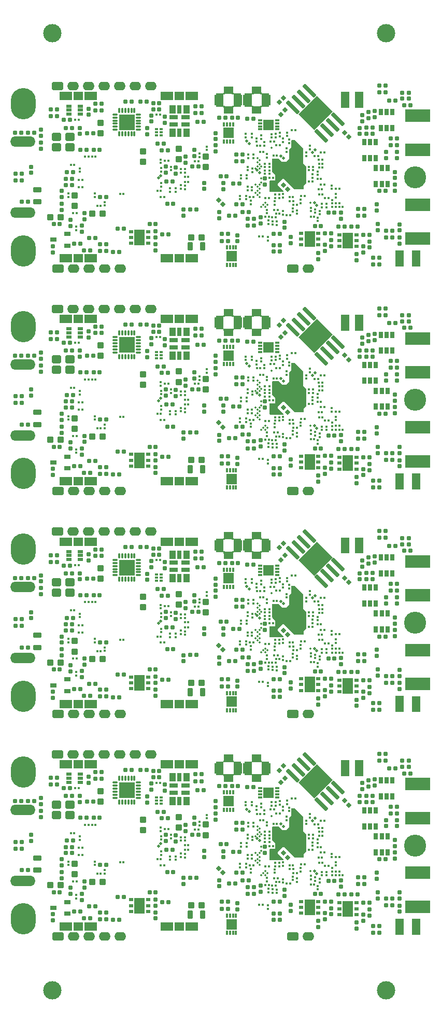
<source format=gbs>
G04*
G04 #@! TF.GenerationSoftware,Altium Limited,Altium Designer,19.1.6 (110)*
G04*
G04 Layer_Color=16711935*
%FSLAX44Y44*%
%MOMM*%
G71*
G01*
G75*
%ADD54C,0.3500*%
%ADD119R,1.7000X1.7000*%
%ADD131C,3.0000*%
G04:AMPARAMS|DCode=132|XSize=0.7mm|YSize=1.1mm|CornerRadius=0.125mm|HoleSize=0mm|Usage=FLASHONLY|Rotation=270.000|XOffset=0mm|YOffset=0mm|HoleType=Round|Shape=RoundedRectangle|*
%AMROUNDEDRECTD132*
21,1,0.7000,0.8500,0,0,270.0*
21,1,0.4500,1.1000,0,0,270.0*
1,1,0.2500,-0.4250,-0.2250*
1,1,0.2500,-0.4250,0.2250*
1,1,0.2500,0.4250,0.2250*
1,1,0.2500,0.4250,-0.2250*
%
%ADD132ROUNDEDRECTD132*%
G04:AMPARAMS|DCode=133|XSize=0.7mm|YSize=0.7mm|CornerRadius=0.11mm|HoleSize=0mm|Usage=FLASHONLY|Rotation=270.000|XOffset=0mm|YOffset=0mm|HoleType=Round|Shape=RoundedRectangle|*
%AMROUNDEDRECTD133*
21,1,0.7000,0.4800,0,0,270.0*
21,1,0.4800,0.7000,0,0,270.0*
1,1,0.2200,-0.2400,-0.2400*
1,1,0.2200,-0.2400,0.2400*
1,1,0.2200,0.2400,0.2400*
1,1,0.2200,0.2400,-0.2400*
%
%ADD133ROUNDEDRECTD133*%
G04:AMPARAMS|DCode=134|XSize=0.6mm|YSize=0.7mm|CornerRadius=0.1mm|HoleSize=0mm|Usage=FLASHONLY|Rotation=90.000|XOffset=0mm|YOffset=0mm|HoleType=Round|Shape=RoundedRectangle|*
%AMROUNDEDRECTD134*
21,1,0.6000,0.5000,0,0,90.0*
21,1,0.4000,0.7000,0,0,90.0*
1,1,0.2000,0.2500,0.2000*
1,1,0.2000,0.2500,-0.2000*
1,1,0.2000,-0.2500,-0.2000*
1,1,0.2000,-0.2500,0.2000*
%
%ADD134ROUNDEDRECTD134*%
%ADD139R,1.5000X1.4000*%
%ADD140R,2.1000X1.4000*%
G04:AMPARAMS|DCode=142|XSize=0.6mm|YSize=0.7mm|CornerRadius=0.1mm|HoleSize=0mm|Usage=FLASHONLY|Rotation=0.000|XOffset=0mm|YOffset=0mm|HoleType=Round|Shape=RoundedRectangle|*
%AMROUNDEDRECTD142*
21,1,0.6000,0.5000,0,0,0.0*
21,1,0.4000,0.7000,0,0,0.0*
1,1,0.2000,0.2000,-0.2500*
1,1,0.2000,-0.2000,-0.2500*
1,1,0.2000,-0.2000,0.2500*
1,1,0.2000,0.2000,0.2500*
%
%ADD142ROUNDEDRECTD142*%
%ADD147R,0.4000X0.4500*%
G04:AMPARAMS|DCode=153|XSize=1.4mm|YSize=0.9mm|CornerRadius=0.15mm|HoleSize=0mm|Usage=FLASHONLY|Rotation=270.000|XOffset=0mm|YOffset=0mm|HoleType=Round|Shape=RoundedRectangle|*
%AMROUNDEDRECTD153*
21,1,1.4000,0.6000,0,0,270.0*
21,1,1.1000,0.9000,0,0,270.0*
1,1,0.3000,-0.3000,-0.5500*
1,1,0.3000,-0.3000,0.5500*
1,1,0.3000,0.3000,0.5500*
1,1,0.3000,0.3000,-0.5500*
%
%ADD153ROUNDEDRECTD153*%
G04:AMPARAMS|DCode=155|XSize=0.7mm|YSize=0.7mm|CornerRadius=0.11mm|HoleSize=0mm|Usage=FLASHONLY|Rotation=0.000|XOffset=0mm|YOffset=0mm|HoleType=Round|Shape=RoundedRectangle|*
%AMROUNDEDRECTD155*
21,1,0.7000,0.4800,0,0,0.0*
21,1,0.4800,0.7000,0,0,0.0*
1,1,0.2200,0.2400,-0.2400*
1,1,0.2200,-0.2400,-0.2400*
1,1,0.2200,-0.2400,0.2400*
1,1,0.2200,0.2400,0.2400*
%
%ADD155ROUNDEDRECTD155*%
G04:AMPARAMS|DCode=156|XSize=1.1mm|YSize=1mm|CornerRadius=0.1625mm|HoleSize=0mm|Usage=FLASHONLY|Rotation=0.000|XOffset=0mm|YOffset=0mm|HoleType=Round|Shape=RoundedRectangle|*
%AMROUNDEDRECTD156*
21,1,1.1000,0.6750,0,0,0.0*
21,1,0.7750,1.0000,0,0,0.0*
1,1,0.3250,0.3875,-0.3375*
1,1,0.3250,-0.3875,-0.3375*
1,1,0.3250,-0.3875,0.3375*
1,1,0.3250,0.3875,0.3375*
%
%ADD156ROUNDEDRECTD156*%
G04:AMPARAMS|DCode=157|XSize=1.1mm|YSize=1mm|CornerRadius=0.1625mm|HoleSize=0mm|Usage=FLASHONLY|Rotation=270.000|XOffset=0mm|YOffset=0mm|HoleType=Round|Shape=RoundedRectangle|*
%AMROUNDEDRECTD157*
21,1,1.1000,0.6750,0,0,270.0*
21,1,0.7750,1.0000,0,0,270.0*
1,1,0.3250,-0.3375,-0.3875*
1,1,0.3250,-0.3375,0.3875*
1,1,0.3250,0.3375,0.3875*
1,1,0.3250,0.3375,-0.3875*
%
%ADD157ROUNDEDRECTD157*%
%ADD164R,4.1000X2.1000*%
%ADD167R,0.4500X0.4000*%
%ADD172C,3.6000*%
%ADD173O,4.1000X1.7000*%
G04:AMPARAMS|DCode=174|XSize=1.9mm|YSize=1.4mm|CornerRadius=0.375mm|HoleSize=0mm|Usage=FLASHONLY|Rotation=0.000|XOffset=0mm|YOffset=0mm|HoleType=Round|Shape=RoundedRectangle|*
%AMROUNDEDRECTD174*
21,1,1.9000,0.6500,0,0,0.0*
21,1,1.1500,1.4000,0,0,0.0*
1,1,0.7500,0.5750,-0.3250*
1,1,0.7500,-0.5750,-0.3250*
1,1,0.7500,-0.5750,0.3250*
1,1,0.7500,0.5750,0.3250*
%
%ADD174ROUNDEDRECTD174*%
%ADD175O,1.9000X1.4000*%
%ADD176O,4.1000X5.1000*%
%ADD178R,0.6250X0.3500*%
%ADD179R,0.6000X0.6000*%
%ADD180R,1.6500X1.1000*%
%ADD181R,1.3000X1.7000*%
%ADD182R,1.0500X1.7000*%
%ADD183R,1.3000X1.3000*%
%ADD184R,1.3000X2.2500*%
G04:AMPARAMS|DCode=185|XSize=0.7mm|YSize=0.7mm|CornerRadius=0.11mm|HoleSize=0mm|Usage=FLASHONLY|Rotation=225.000|XOffset=0mm|YOffset=0mm|HoleType=Round|Shape=RoundedRectangle|*
%AMROUNDEDRECTD185*
21,1,0.7000,0.4800,0,0,225.0*
21,1,0.4800,0.7000,0,0,225.0*
1,1,0.2200,-0.3394,0.0000*
1,1,0.2200,0.0000,0.3394*
1,1,0.2200,0.3394,0.0000*
1,1,0.2200,0.0000,-0.3394*
%
%ADD185ROUNDEDRECTD185*%
G04:AMPARAMS|DCode=186|XSize=0.65mm|YSize=2.7mm|CornerRadius=0.1875mm|HoleSize=0mm|Usage=FLASHONLY|Rotation=225.000|XOffset=0mm|YOffset=0mm|HoleType=Round|Shape=RoundedRectangle|*
%AMROUNDEDRECTD186*
21,1,0.6500,2.3250,0,0,225.0*
21,1,0.2750,2.7000,0,0,225.0*
1,1,0.3750,-0.9192,0.7248*
1,1,0.3750,-0.7248,0.9192*
1,1,0.3750,0.9192,-0.7248*
1,1,0.3750,0.7248,-0.9192*
%
%ADD186ROUNDEDRECTD186*%
G04:AMPARAMS|DCode=187|XSize=3.7mm|YSize=4.3mm|CornerRadius=0mm|HoleSize=0mm|Usage=FLASHONLY|Rotation=135.000|XOffset=0mm|YOffset=0mm|HoleType=Round|Shape=Rectangle|*
%AMROTATEDRECTD187*
4,1,4,2.8284,0.2121,-0.2121,-2.8284,-2.8284,-0.2121,0.2121,2.8284,2.8284,0.2121,0.0*
%
%ADD187ROTATEDRECTD187*%

G04:AMPARAMS|DCode=188|XSize=0.6mm|YSize=0.7mm|CornerRadius=0.1mm|HoleSize=0mm|Usage=FLASHONLY|Rotation=315.000|XOffset=0mm|YOffset=0mm|HoleType=Round|Shape=RoundedRectangle|*
%AMROUNDEDRECTD188*
21,1,0.6000,0.5000,0,0,315.0*
21,1,0.4000,0.7000,0,0,315.0*
1,1,0.2000,-0.0354,-0.3182*
1,1,0.2000,-0.3182,-0.0354*
1,1,0.2000,0.0354,0.3182*
1,1,0.2000,0.3182,0.0354*
%
%ADD188ROUNDEDRECTD188*%
G04:AMPARAMS|DCode=189|XSize=0.7mm|YSize=0.7mm|CornerRadius=0.11mm|HoleSize=0mm|Usage=FLASHONLY|Rotation=135.000|XOffset=0mm|YOffset=0mm|HoleType=Round|Shape=RoundedRectangle|*
%AMROUNDEDRECTD189*
21,1,0.7000,0.4800,0,0,135.0*
21,1,0.4800,0.7000,0,0,135.0*
1,1,0.2200,0.0000,0.3394*
1,1,0.2200,0.3394,0.0000*
1,1,0.2200,0.0000,-0.3394*
1,1,0.2200,-0.3394,0.0000*
%
%ADD189ROUNDEDRECTD189*%
%ADD190R,1.8000X2.6000*%
%ADD191R,0.8000X0.6000*%
G04:AMPARAMS|DCode=192|XSize=1.4mm|YSize=0.9mm|CornerRadius=0.15mm|HoleSize=0mm|Usage=FLASHONLY|Rotation=180.000|XOffset=0mm|YOffset=0mm|HoleType=Round|Shape=RoundedRectangle|*
%AMROUNDEDRECTD192*
21,1,1.4000,0.6000,0,0,180.0*
21,1,1.1000,0.9000,0,0,180.0*
1,1,0.3000,-0.5500,0.3000*
1,1,0.3000,0.5500,0.3000*
1,1,0.3000,0.5500,-0.3000*
1,1,0.3000,-0.5500,-0.3000*
%
%ADD192ROUNDEDRECTD192*%
G04:AMPARAMS|DCode=193|XSize=0.7mm|YSize=1.1mm|CornerRadius=0.125mm|HoleSize=0mm|Usage=FLASHONLY|Rotation=0.000|XOffset=0mm|YOffset=0mm|HoleType=Round|Shape=RoundedRectangle|*
%AMROUNDEDRECTD193*
21,1,0.7000,0.8500,0,0,0.0*
21,1,0.4500,1.1000,0,0,0.0*
1,1,0.2500,0.2250,-0.4250*
1,1,0.2500,-0.2250,-0.4250*
1,1,0.2500,-0.2250,0.4250*
1,1,0.2500,0.2250,0.4250*
%
%ADD193ROUNDEDRECTD193*%
G04:AMPARAMS|DCode=194|XSize=0.4mm|YSize=0.45mm|CornerRadius=0mm|HoleSize=0mm|Usage=FLASHONLY|Rotation=225.000|XOffset=0mm|YOffset=0mm|HoleType=Round|Shape=Rectangle|*
%AMROTATEDRECTD194*
4,1,4,-0.0177,0.3005,0.3005,-0.0177,0.0177,-0.3005,-0.3005,0.0177,-0.0177,0.3005,0.0*
%
%ADD194ROTATEDRECTD194*%

G04:AMPARAMS|DCode=195|XSize=0.4mm|YSize=0.45mm|CornerRadius=0mm|HoleSize=0mm|Usage=FLASHONLY|Rotation=315.000|XOffset=0mm|YOffset=0mm|HoleType=Round|Shape=Rectangle|*
%AMROTATEDRECTD195*
4,1,4,-0.3005,-0.0177,0.0177,0.3005,0.3005,0.0177,-0.0177,-0.3005,-0.3005,-0.0177,0.0*
%
%ADD195ROTATEDRECTD195*%

%ADD196R,0.9500X0.5000*%
%ADD197R,0.3500X0.7250*%
G04:AMPARAMS|DCode=198|XSize=1.5mm|YSize=1.3mm|CornerRadius=0.2mm|HoleSize=0mm|Usage=FLASHONLY|Rotation=0.000|XOffset=0mm|YOffset=0mm|HoleType=Round|Shape=RoundedRectangle|*
%AMROUNDEDRECTD198*
21,1,1.5000,0.9000,0,0,0.0*
21,1,1.1000,1.3000,0,0,0.0*
1,1,0.4000,0.5500,-0.4500*
1,1,0.4000,-0.5500,-0.4500*
1,1,0.4000,-0.5500,0.4500*
1,1,0.4000,0.5500,0.4500*
%
%ADD198ROUNDEDRECTD198*%
%ADD199R,2.6000X2.6000*%
%ADD200O,0.3500X1.0000*%
%ADD201O,1.0000X0.3500*%
%ADD202R,0.8000X1.4500*%
%ADD203R,1.4500X0.8000*%
%ADD204R,1.1000X1.4500*%
%ADD205R,1.8000X1.8000*%
%ADD206R,0.7500X0.4000*%
%ADD207R,1.8000X1.8000*%
%ADD208R,0.4000X0.7500*%
G36*
X579524Y1387100D02*
X580000D01*
Y1386624D01*
X580002Y1386600D01*
X580002Y1377851D01*
X580002Y1377850D01*
X580000Y1377828D01*
Y1376125D01*
X580003Y1376100D01*
X580003Y1376100D01*
Y1361600D01*
X580000Y1361576D01*
Y1361100D01*
X579525D01*
X579500Y1361098D01*
X567000D01*
X566976Y1361100D01*
X566500D01*
Y1361576D01*
X566498Y1361600D01*
Y1376100D01*
X566498Y1376100D01*
X566500Y1376125D01*
Y1377828D01*
X566498Y1377850D01*
X566498Y1377851D01*
X566498Y1386600D01*
X566500Y1386624D01*
Y1387100D01*
X566976D01*
X567000Y1387103D01*
X573250Y1387103D01*
X579500Y1387103D01*
X579524Y1387100D01*
D02*
G37*
G36*
X556774D02*
X557250D01*
Y1386624D01*
X557252Y1386600D01*
X557252Y1377851D01*
X557252Y1377850D01*
X557250Y1377828D01*
Y1376125D01*
X557253Y1376100D01*
X557252Y1376100D01*
Y1361600D01*
X557250Y1361576D01*
Y1361100D01*
X556774D01*
X556750Y1361098D01*
X544250D01*
X544226Y1361100D01*
X543750D01*
Y1361576D01*
X543748Y1361600D01*
Y1376100D01*
X543748Y1376100D01*
X543750Y1376125D01*
Y1377828D01*
X543748Y1377850D01*
X543748Y1377851D01*
X543748Y1386600D01*
X543750Y1386624D01*
Y1387100D01*
X544226D01*
X544250Y1387103D01*
X550500Y1387103D01*
X556750Y1387103D01*
X556774Y1387100D01*
D02*
G37*
G36*
X414500Y1386100D02*
Y1383600D01*
X411750D01*
Y1386600D01*
X414500D01*
Y1386100D01*
D02*
G37*
G36*
X401500Y1383600D02*
X398500D01*
Y1383600D01*
X398000D01*
Y1386100D01*
X398500D01*
Y1386350D01*
X401500D01*
Y1383600D01*
D02*
G37*
G36*
X354250Y1386100D02*
X354500D01*
Y1383600D01*
X352000D01*
Y1386100D01*
X352000D01*
Y1386100D01*
X354250D01*
Y1386100D01*
D02*
G37*
G36*
X367750Y1386100D02*
X368500D01*
Y1383600D01*
X366000D01*
Y1383600D01*
X365250D01*
Y1386350D01*
X367750D01*
Y1386100D01*
D02*
G37*
G36*
X400500Y1364600D02*
X400750D01*
Y1362100D01*
X398500D01*
Y1362100D01*
X398000D01*
Y1364600D01*
X400500D01*
Y1364600D01*
D02*
G37*
G36*
X414500Y1362100D02*
Y1361850D01*
X411500D01*
Y1364600D01*
X412000D01*
Y1364600D01*
X414500D01*
Y1362100D01*
D02*
G37*
G36*
X367750Y1364600D02*
X368500D01*
Y1362100D01*
X367750D01*
Y1361350D01*
X365750D01*
Y1364600D01*
X367750D01*
Y1364600D01*
D02*
G37*
G36*
X354500Y1360850D02*
X352000D01*
Y1362100D01*
X352000D01*
Y1364600D01*
X352000D01*
Y1364600D01*
X354500D01*
Y1360850D01*
D02*
G37*
G36*
X468545Y1308352D02*
X468594Y1308347D01*
X468667Y1308325D01*
X468689Y1308318D01*
X468775Y1308272D01*
X468852Y1308209D01*
X468852Y1308209D01*
X482230Y1294830D01*
X482293Y1294754D01*
X482339Y1294668D01*
X482368Y1294573D01*
X482373Y1294524D01*
X482377Y1294475D01*
X482377Y1294475D01*
X482377Y1270464D01*
X487105Y1265737D01*
X487105Y1265736D01*
X487133Y1265702D01*
X487168Y1265660D01*
X487214Y1265574D01*
X487243Y1265479D01*
X487248Y1265430D01*
X487253Y1265381D01*
X487252Y1265381D01*
Y1238350D01*
X487243Y1238252D01*
X487221Y1238180D01*
X487214Y1238158D01*
X487168Y1238071D01*
X487105Y1237995D01*
X487105Y1237995D01*
X483284Y1234173D01*
X483284Y1228850D01*
X483274Y1228752D01*
X483245Y1228658D01*
X483199Y1228571D01*
X483136Y1228495D01*
X483060Y1228432D01*
X482973Y1228386D01*
X482879Y1228357D01*
X482781Y1228348D01*
X467751Y1228348D01*
X467750Y1228348D01*
X467661Y1228357D01*
X467652Y1228357D01*
X467558Y1228386D01*
X467471Y1228432D01*
X467429Y1228467D01*
X467395Y1228495D01*
X467395Y1228495D01*
X450792Y1245098D01*
X448458Y1245098D01*
X440252Y1236892D01*
X440252Y1234979D01*
X449855Y1225376D01*
X449855Y1225376D01*
X449883Y1225341D01*
X449918Y1225300D01*
X449964Y1225213D01*
X449993Y1225118D01*
X450003Y1225021D01*
X450002Y1225020D01*
Y1224350D01*
X449993Y1224252D01*
X449964Y1224158D01*
X449918Y1224071D01*
X449855Y1223995D01*
X449779Y1223932D01*
X449692Y1223886D01*
X449598Y1223857D01*
X449500Y1223848D01*
X428000D01*
X427902Y1223857D01*
X427808Y1223886D01*
X427721Y1223932D01*
X427645Y1223995D01*
X427582Y1224071D01*
X427536Y1224158D01*
X427507Y1224252D01*
X427498Y1224350D01*
Y1241850D01*
X427507Y1241948D01*
X427536Y1242042D01*
X427582Y1242129D01*
X427645Y1242205D01*
X427721Y1242268D01*
X427808Y1242314D01*
X427902Y1242343D01*
X428000Y1242353D01*
X436598Y1242353D01*
X436598Y1251146D01*
X431895Y1255849D01*
X431832Y1255925D01*
X431786Y1256012D01*
X431779Y1256034D01*
X431757Y1256106D01*
X431753Y1256155D01*
X431748Y1256204D01*
X431748Y1256205D01*
X431748Y1278100D01*
X431757Y1278198D01*
X431786Y1278292D01*
X431832Y1278379D01*
X431895Y1278456D01*
X431971Y1278518D01*
X432058Y1278564D01*
X432152Y1278593D01*
X432250Y1278603D01*
X441750D01*
X441750D01*
D01*
X441759Y1278602D01*
X441848Y1278593D01*
X441942Y1278564D01*
X441983Y1278543D01*
X442029Y1278518D01*
X442064Y1278490D01*
X442105Y1278456D01*
X442106Y1278455D01*
X447708Y1272853D01*
X454542Y1272853D01*
X459247Y1277558D01*
X459248Y1292600D01*
X459248Y1292600D01*
X459253Y1292649D01*
X459257Y1292698D01*
X459279Y1292771D01*
X459286Y1292793D01*
X459332Y1292879D01*
X459395Y1292956D01*
X462998Y1296559D01*
Y1307854D01*
X463008Y1307952D01*
X463036Y1308046D01*
X463083Y1308133D01*
X463145Y1308209D01*
X463221Y1308272D01*
X463308Y1308318D01*
X463402Y1308347D01*
X463500Y1308356D01*
X468496Y1308356D01*
X468496Y1308356D01*
X468545Y1308352D01*
D02*
G37*
G36*
X645525Y1128100D02*
X646000D01*
Y1127624D01*
X646002Y1127600D01*
X646002Y1118851D01*
X646002Y1118850D01*
X646000Y1118828D01*
Y1117125D01*
X646003Y1117100D01*
X646002Y1117100D01*
Y1102600D01*
X646000Y1102576D01*
Y1102100D01*
X645525D01*
X645500Y1102098D01*
X633000D01*
X632976Y1102100D01*
X632500D01*
Y1102576D01*
X632498Y1102600D01*
Y1117100D01*
X632498Y1117100D01*
X632500Y1117125D01*
Y1118828D01*
X632498Y1118850D01*
X632498Y1118851D01*
X632498Y1127600D01*
X632500Y1127624D01*
Y1128100D01*
X632976D01*
X633000Y1128103D01*
X639250Y1128103D01*
X645500Y1128103D01*
X645525Y1128100D01*
D02*
G37*
G36*
X672775Y1128040D02*
X673250D01*
Y1127564D01*
X673252Y1127540D01*
X673252Y1118791D01*
X673252Y1118790D01*
X673250Y1118768D01*
Y1117065D01*
X673252Y1117040D01*
X673252Y1117040D01*
Y1102540D01*
X673250Y1102515D01*
Y1102040D01*
X672775D01*
X672750Y1102038D01*
X660250D01*
X660226Y1102040D01*
X659750D01*
Y1102515D01*
X659748Y1102540D01*
Y1117040D01*
X659748Y1117040D01*
X659750Y1117065D01*
Y1118768D01*
X659748Y1118790D01*
X659748Y1118791D01*
X659748Y1127540D01*
X659750Y1127564D01*
Y1128040D01*
X660226D01*
X660250Y1128043D01*
X666500Y1128043D01*
X672750Y1128043D01*
X672775Y1128040D01*
D02*
G37*
G36*
X579524Y1023400D02*
X580000D01*
Y1022924D01*
X580002Y1022900D01*
X580002Y1014151D01*
X580002Y1014150D01*
X580000Y1014128D01*
Y1012425D01*
X580003Y1012400D01*
X580003Y1012400D01*
Y997900D01*
X580000Y997876D01*
Y997400D01*
X579525D01*
X579500Y997398D01*
X567000D01*
X566976Y997400D01*
X566500D01*
Y997876D01*
X566498Y997900D01*
Y1012400D01*
X566498Y1012400D01*
X566500Y1012425D01*
Y1014128D01*
X566498Y1014150D01*
X566498Y1014151D01*
X566498Y1022900D01*
X566500Y1022924D01*
Y1023400D01*
X566976D01*
X567000Y1023403D01*
X573250Y1023403D01*
X579500Y1023403D01*
X579524Y1023400D01*
D02*
G37*
G36*
X556774D02*
X557250D01*
Y1022924D01*
X557252Y1022900D01*
X557252Y1014151D01*
X557252Y1014150D01*
X557250Y1014128D01*
Y1012425D01*
X557253Y1012400D01*
X557252Y1012400D01*
Y997900D01*
X557250Y997876D01*
Y997400D01*
X556774D01*
X556750Y997398D01*
X544250D01*
X544226Y997400D01*
X543750D01*
Y997876D01*
X543748Y997900D01*
Y1012400D01*
X543748Y1012400D01*
X543750Y1012425D01*
Y1014128D01*
X543748Y1014150D01*
X543748Y1014151D01*
X543748Y1022900D01*
X543750Y1022924D01*
Y1023400D01*
X544226D01*
X544250Y1023403D01*
X550500Y1023403D01*
X556750Y1023403D01*
X556774Y1023400D01*
D02*
G37*
G36*
X414500Y1022400D02*
Y1019900D01*
X411750D01*
Y1022900D01*
X414500D01*
Y1022400D01*
D02*
G37*
G36*
X401500Y1019900D02*
X398500D01*
Y1019900D01*
X398000D01*
Y1022400D01*
X398500D01*
Y1022650D01*
X401500D01*
Y1019900D01*
D02*
G37*
G36*
X354250Y1022400D02*
X354500D01*
Y1019900D01*
X352000D01*
Y1022400D01*
X352000D01*
Y1022400D01*
X354250D01*
Y1022400D01*
D02*
G37*
G36*
X367750Y1022400D02*
X368500D01*
Y1019900D01*
X366000D01*
Y1019900D01*
X365250D01*
Y1022650D01*
X367750D01*
Y1022400D01*
D02*
G37*
G36*
X400500Y1000900D02*
X400750D01*
Y998400D01*
X398500D01*
Y998400D01*
X398000D01*
Y1000900D01*
X400500D01*
Y1000900D01*
D02*
G37*
G36*
X414500Y998400D02*
Y998150D01*
X411500D01*
Y1000900D01*
X412000D01*
Y1000900D01*
X414500D01*
Y998400D01*
D02*
G37*
G36*
X367750Y1000900D02*
X368500D01*
Y998400D01*
X367750D01*
Y997650D01*
X365750D01*
Y1000900D01*
X367750D01*
Y1000900D01*
D02*
G37*
G36*
X354500Y997150D02*
X352000D01*
Y998400D01*
X352000D01*
Y1000900D01*
X352000D01*
Y1000900D01*
X354500D01*
Y997150D01*
D02*
G37*
G36*
X468545Y944652D02*
X468594Y944647D01*
X468667Y944625D01*
X468689Y944618D01*
X468775Y944572D01*
X468852Y944509D01*
X468852Y944509D01*
X482230Y931130D01*
X482293Y931054D01*
X482339Y930967D01*
X482368Y930873D01*
X482373Y930824D01*
X482377Y930775D01*
X482377Y930775D01*
X482377Y906764D01*
X487105Y902037D01*
X487105Y902036D01*
X487133Y902002D01*
X487168Y901960D01*
X487214Y901873D01*
X487243Y901779D01*
X487248Y901730D01*
X487253Y901681D01*
X487252Y901681D01*
Y874650D01*
X487243Y874552D01*
X487221Y874480D01*
X487214Y874458D01*
X487168Y874371D01*
X487105Y874295D01*
X487105Y874295D01*
X483284Y870473D01*
X483284Y865150D01*
X483274Y865052D01*
X483245Y864958D01*
X483199Y864871D01*
X483136Y864795D01*
X483060Y864732D01*
X482973Y864686D01*
X482879Y864657D01*
X482781Y864648D01*
X467751Y864648D01*
X467750Y864648D01*
X467661Y864657D01*
X467652Y864657D01*
X467558Y864686D01*
X467471Y864732D01*
X467429Y864767D01*
X467395Y864795D01*
X467395Y864795D01*
X450792Y881398D01*
X448458Y881398D01*
X440252Y873192D01*
X440252Y871279D01*
X449855Y861676D01*
X449855Y861676D01*
X449883Y861641D01*
X449918Y861600D01*
X449964Y861513D01*
X449993Y861419D01*
X450003Y861320D01*
X450002Y861320D01*
Y860650D01*
X449993Y860552D01*
X449964Y860458D01*
X449918Y860371D01*
X449855Y860295D01*
X449779Y860232D01*
X449692Y860186D01*
X449598Y860157D01*
X449500Y860148D01*
X428000D01*
X427902Y860157D01*
X427808Y860186D01*
X427721Y860232D01*
X427645Y860295D01*
X427582Y860371D01*
X427536Y860458D01*
X427507Y860552D01*
X427498Y860650D01*
Y878150D01*
X427507Y878248D01*
X427536Y878342D01*
X427582Y878429D01*
X427645Y878505D01*
X427721Y878568D01*
X427808Y878614D01*
X427902Y878643D01*
X428000Y878652D01*
X436598Y878652D01*
X436598Y887446D01*
X431895Y892149D01*
X431832Y892225D01*
X431786Y892312D01*
X431779Y892334D01*
X431757Y892406D01*
X431753Y892455D01*
X431748Y892504D01*
X431748Y892505D01*
X431748Y914400D01*
X431757Y914498D01*
X431786Y914592D01*
X431832Y914679D01*
X431895Y914755D01*
X431971Y914818D01*
X432058Y914864D01*
X432152Y914893D01*
X432250Y914902D01*
X441750D01*
X441750D01*
D01*
X441759Y914902D01*
X441848Y914893D01*
X441942Y914864D01*
X441983Y914843D01*
X442029Y914818D01*
X442064Y914790D01*
X442105Y914755D01*
X442106Y914755D01*
X447708Y909153D01*
X454542Y909153D01*
X459247Y913858D01*
X459248Y928900D01*
X459248Y928900D01*
X459253Y928949D01*
X459257Y928998D01*
X459279Y929071D01*
X459286Y929092D01*
X459332Y929179D01*
X459395Y929256D01*
X462998Y932859D01*
Y944154D01*
X463008Y944252D01*
X463036Y944346D01*
X463083Y944433D01*
X463145Y944509D01*
X463221Y944572D01*
X463308Y944618D01*
X463402Y944647D01*
X463500Y944656D01*
X468496Y944656D01*
X468496Y944656D01*
X468545Y944652D01*
D02*
G37*
G36*
X645525Y764400D02*
X646000D01*
Y763924D01*
X646002Y763900D01*
X646002Y755151D01*
X646002Y755151D01*
X646000Y755128D01*
Y753425D01*
X646003Y753400D01*
X646002Y753400D01*
Y738900D01*
X646000Y738876D01*
Y738400D01*
X645525D01*
X645500Y738398D01*
X633000D01*
X632976Y738400D01*
X632500D01*
Y738876D01*
X632498Y738900D01*
Y753400D01*
X632498Y753400D01*
X632500Y753425D01*
Y755128D01*
X632498Y755151D01*
X632498Y755151D01*
X632498Y763900D01*
X632500Y763924D01*
Y764400D01*
X632976D01*
X633000Y764403D01*
X639250Y764403D01*
X645500Y764403D01*
X645525Y764400D01*
D02*
G37*
G36*
X672775Y764340D02*
X673250D01*
Y763864D01*
X673252Y763840D01*
X673252Y755090D01*
X673252Y755090D01*
X673250Y755068D01*
Y753365D01*
X673252Y753340D01*
X673252Y753340D01*
Y738840D01*
X673250Y738816D01*
Y738340D01*
X672775D01*
X672750Y738338D01*
X660250D01*
X660226Y738340D01*
X659750D01*
Y738816D01*
X659748Y738840D01*
Y753340D01*
X659748Y753340D01*
X659750Y753365D01*
Y755068D01*
X659748Y755090D01*
X659748Y755090D01*
X659748Y763840D01*
X659750Y763864D01*
Y764340D01*
X660226D01*
X660250Y764342D01*
X666500Y764342D01*
X672750Y764342D01*
X672775Y764340D01*
D02*
G37*
G36*
X579524Y659700D02*
X580000D01*
Y659224D01*
X580002Y659200D01*
X580002Y650451D01*
X580002Y650450D01*
X580000Y650428D01*
Y648725D01*
X580003Y648700D01*
X580003Y648700D01*
Y634200D01*
X580000Y634176D01*
Y633700D01*
X579525D01*
X579500Y633698D01*
X567000D01*
X566976Y633700D01*
X566500D01*
Y634176D01*
X566498Y634200D01*
Y648700D01*
X566498Y648700D01*
X566500Y648725D01*
Y650428D01*
X566498Y650450D01*
X566498Y650451D01*
X566498Y659200D01*
X566500Y659224D01*
Y659700D01*
X566976D01*
X567000Y659703D01*
X573250Y659703D01*
X579500Y659703D01*
X579524Y659700D01*
D02*
G37*
G36*
X556774D02*
X557250D01*
Y659224D01*
X557252Y659200D01*
X557252Y650451D01*
X557252Y650450D01*
X557250Y650428D01*
Y648725D01*
X557253Y648700D01*
X557252Y648700D01*
Y634200D01*
X557250Y634176D01*
Y633700D01*
X556774D01*
X556750Y633698D01*
X544250D01*
X544226Y633700D01*
X543750D01*
Y634176D01*
X543748Y634200D01*
Y648700D01*
X543748Y648700D01*
X543750Y648725D01*
Y650428D01*
X543748Y650450D01*
X543748Y650451D01*
X543748Y659200D01*
X543750Y659224D01*
Y659700D01*
X544226D01*
X544250Y659703D01*
X550500Y659703D01*
X556750Y659703D01*
X556774Y659700D01*
D02*
G37*
G36*
X414500Y658700D02*
Y656200D01*
X411750D01*
Y659200D01*
X414500D01*
Y658700D01*
D02*
G37*
G36*
X401500Y656200D02*
X398500D01*
Y656200D01*
X398000D01*
Y658700D01*
X398500D01*
Y658950D01*
X401500D01*
Y656200D01*
D02*
G37*
G36*
X354250Y658700D02*
X354500D01*
Y656200D01*
X352000D01*
Y658700D01*
X352000D01*
Y658700D01*
X354250D01*
Y658700D01*
D02*
G37*
G36*
X367750Y658700D02*
X368500D01*
Y656200D01*
X366000D01*
Y656200D01*
X365250D01*
Y658950D01*
X367750D01*
Y658700D01*
D02*
G37*
G36*
X400500Y637200D02*
X400750D01*
Y634700D01*
X398500D01*
Y634700D01*
X398000D01*
Y637200D01*
X400500D01*
Y637200D01*
D02*
G37*
G36*
X414500Y634700D02*
Y634450D01*
X411500D01*
Y637200D01*
X412000D01*
Y637200D01*
X414500D01*
Y634700D01*
D02*
G37*
G36*
X367750Y637200D02*
X368500D01*
Y634700D01*
X367750D01*
Y633950D01*
X365750D01*
Y637200D01*
X367750D01*
Y637200D01*
D02*
G37*
G36*
X354500Y633450D02*
X352000D01*
Y634700D01*
X352000D01*
Y637200D01*
X352000D01*
Y637200D01*
X354500D01*
Y633450D01*
D02*
G37*
G36*
X468545Y580951D02*
X468594Y580947D01*
X468667Y580925D01*
X468689Y580918D01*
X468775Y580872D01*
X468852Y580809D01*
X468852Y580809D01*
X482230Y567430D01*
X482293Y567354D01*
X482339Y567267D01*
X482368Y567173D01*
X482373Y567124D01*
X482377Y567075D01*
X482377Y567075D01*
X482377Y543064D01*
X487105Y538336D01*
X487105Y538336D01*
X487133Y538302D01*
X487168Y538260D01*
X487214Y538173D01*
X487243Y538079D01*
X487248Y538030D01*
X487253Y537981D01*
X487252Y537981D01*
Y510950D01*
X487243Y510852D01*
X487221Y510780D01*
X487214Y510758D01*
X487168Y510671D01*
X487105Y510595D01*
X487105Y510595D01*
X483284Y506773D01*
X483284Y501450D01*
X483274Y501352D01*
X483245Y501258D01*
X483199Y501171D01*
X483136Y501095D01*
X483060Y501032D01*
X482973Y500986D01*
X482879Y500957D01*
X482781Y500948D01*
X467751Y500948D01*
X467750Y500948D01*
X467661Y500956D01*
X467652Y500957D01*
X467558Y500986D01*
X467471Y501032D01*
X467429Y501067D01*
X467395Y501095D01*
X467395Y501095D01*
X450792Y517698D01*
X448458Y517698D01*
X440252Y509492D01*
X440252Y507579D01*
X449855Y497976D01*
X449855Y497976D01*
X449883Y497941D01*
X449918Y497900D01*
X449964Y497813D01*
X449993Y497718D01*
X450003Y497620D01*
X450002Y497620D01*
Y496950D01*
X449993Y496852D01*
X449964Y496758D01*
X449918Y496671D01*
X449855Y496595D01*
X449779Y496532D01*
X449692Y496486D01*
X449598Y496457D01*
X449500Y496448D01*
X428000D01*
X427902Y496457D01*
X427808Y496486D01*
X427721Y496532D01*
X427645Y496595D01*
X427582Y496671D01*
X427536Y496758D01*
X427507Y496852D01*
X427498Y496950D01*
Y514450D01*
X427507Y514548D01*
X427536Y514642D01*
X427582Y514729D01*
X427645Y514805D01*
X427721Y514868D01*
X427808Y514914D01*
X427902Y514943D01*
X428000Y514952D01*
X436598Y514952D01*
X436598Y523746D01*
X431895Y528449D01*
X431832Y528525D01*
X431786Y528612D01*
X431779Y528634D01*
X431757Y528706D01*
X431753Y528755D01*
X431748Y528804D01*
X431748Y528805D01*
X431748Y550700D01*
X431757Y550798D01*
X431786Y550892D01*
X431832Y550979D01*
X431895Y551055D01*
X431971Y551118D01*
X432058Y551164D01*
X432152Y551193D01*
X432250Y551203D01*
X441750D01*
X441750D01*
D01*
X441759Y551202D01*
X441848Y551193D01*
X441942Y551164D01*
X441983Y551143D01*
X442029Y551118D01*
X442064Y551090D01*
X442105Y551055D01*
X442106Y551055D01*
X447708Y545452D01*
X454542Y545452D01*
X459247Y550158D01*
X459248Y565200D01*
X459248Y565200D01*
X459253Y565249D01*
X459257Y565298D01*
X459279Y565370D01*
X459286Y565392D01*
X459332Y565479D01*
X459395Y565555D01*
X462998Y569159D01*
Y580454D01*
X463008Y580552D01*
X463036Y580646D01*
X463083Y580733D01*
X463145Y580809D01*
X463221Y580872D01*
X463308Y580918D01*
X463402Y580947D01*
X463500Y580956D01*
X468496Y580956D01*
X468496Y580956D01*
X468545Y580951D01*
D02*
G37*
G36*
X645525Y400700D02*
X646000D01*
Y400224D01*
X646002Y400200D01*
X646002Y391451D01*
X646002Y391450D01*
X646000Y391428D01*
Y389725D01*
X646003Y389700D01*
X646002Y389700D01*
Y375200D01*
X646000Y375176D01*
Y374700D01*
X645525D01*
X645500Y374698D01*
X633000D01*
X632976Y374700D01*
X632500D01*
Y375176D01*
X632498Y375200D01*
Y389700D01*
X632498Y389700D01*
X632500Y389725D01*
Y391428D01*
X632498Y391450D01*
X632498Y391451D01*
X632498Y400200D01*
X632500Y400224D01*
Y400700D01*
X632976D01*
X633000Y400703D01*
X639250Y400703D01*
X645500Y400703D01*
X645525Y400700D01*
D02*
G37*
G36*
X672775Y400640D02*
X673250D01*
Y400164D01*
X673252Y400140D01*
X673252Y391390D01*
X673252Y391390D01*
X673250Y391368D01*
Y389665D01*
X673252Y389640D01*
X673252Y389640D01*
Y375140D01*
X673250Y375115D01*
Y374640D01*
X672775D01*
X672750Y374637D01*
X660250D01*
X660226Y374640D01*
X659750D01*
Y375115D01*
X659748Y375140D01*
Y389640D01*
X659748Y389640D01*
X659750Y389665D01*
Y391368D01*
X659748Y391390D01*
X659748Y391390D01*
X659748Y400140D01*
X659750Y400164D01*
Y400640D01*
X660226D01*
X660250Y400642D01*
X666500Y400642D01*
X672750Y400642D01*
X672775Y400640D01*
D02*
G37*
G36*
X579524Y296000D02*
X580000D01*
Y295524D01*
X580002Y295500D01*
X580002Y286751D01*
X580002Y286750D01*
X580000Y286728D01*
Y285025D01*
X580003Y285000D01*
X580003Y285000D01*
Y270500D01*
X580000Y270476D01*
Y270000D01*
X579525D01*
X579500Y269998D01*
X567000D01*
X566976Y270000D01*
X566500D01*
Y270476D01*
X566498Y270500D01*
Y285000D01*
X566498Y285000D01*
X566500Y285025D01*
Y286728D01*
X566498Y286750D01*
X566498Y286751D01*
X566498Y295500D01*
X566500Y295524D01*
Y296000D01*
X566976D01*
X567000Y296003D01*
X573250Y296003D01*
X579500Y296003D01*
X579524Y296000D01*
D02*
G37*
G36*
X556774D02*
X557250D01*
Y295524D01*
X557252Y295500D01*
X557252Y286751D01*
X557252Y286750D01*
X557250Y286728D01*
Y285025D01*
X557253Y285000D01*
X557252Y285000D01*
Y270500D01*
X557250Y270476D01*
Y270000D01*
X556774D01*
X556750Y269998D01*
X544250D01*
X544226Y270000D01*
X543750D01*
Y270476D01*
X543748Y270500D01*
Y285000D01*
X543748Y285000D01*
X543750Y285025D01*
Y286728D01*
X543748Y286750D01*
X543748Y286751D01*
X543748Y295500D01*
X543750Y295524D01*
Y296000D01*
X544226D01*
X544250Y296003D01*
X550500Y296003D01*
X556750Y296003D01*
X556774Y296000D01*
D02*
G37*
G36*
X414500Y295000D02*
Y292500D01*
X411750D01*
Y295500D01*
X414500D01*
Y295000D01*
D02*
G37*
G36*
X401500Y292500D02*
X398500D01*
Y292500D01*
X398000D01*
Y295000D01*
X398500D01*
Y295250D01*
X401500D01*
Y292500D01*
D02*
G37*
G36*
X354250Y295000D02*
X354500D01*
Y292500D01*
X352000D01*
Y295000D01*
X352000D01*
Y295000D01*
X354250D01*
Y295000D01*
D02*
G37*
G36*
X367750Y295000D02*
X368500D01*
Y292500D01*
X366000D01*
Y292500D01*
X365250D01*
Y295250D01*
X367750D01*
Y295000D01*
D02*
G37*
G36*
X400500Y273500D02*
X400750D01*
Y271000D01*
X398500D01*
Y271000D01*
X398000D01*
Y273500D01*
X400500D01*
Y273500D01*
D02*
G37*
G36*
X414500Y271000D02*
Y270750D01*
X411500D01*
Y273500D01*
X412000D01*
Y273500D01*
X414500D01*
Y271000D01*
D02*
G37*
G36*
X367750Y273500D02*
X368500D01*
Y271000D01*
X367750D01*
Y270250D01*
X365750D01*
Y273500D01*
X367750D01*
Y273500D01*
D02*
G37*
G36*
X354500Y269750D02*
X352000D01*
Y271000D01*
X352000D01*
Y273500D01*
X352000D01*
Y273500D01*
X354500D01*
Y269750D01*
D02*
G37*
G36*
X468545Y217251D02*
X468594Y217247D01*
X468667Y217225D01*
X468689Y217218D01*
X468775Y217172D01*
X468852Y217109D01*
X468852Y217109D01*
X482230Y203730D01*
X482293Y203654D01*
X482339Y203567D01*
X482368Y203473D01*
X482373Y203424D01*
X482377Y203375D01*
X482377Y203375D01*
X482377Y179364D01*
X487105Y174636D01*
X487105Y174636D01*
X487133Y174602D01*
X487168Y174560D01*
X487214Y174473D01*
X487243Y174379D01*
X487248Y174330D01*
X487253Y174281D01*
X487252Y174281D01*
Y147250D01*
X487243Y147152D01*
X487221Y147080D01*
X487214Y147058D01*
X487168Y146971D01*
X487105Y146895D01*
X487105Y146895D01*
X483284Y143073D01*
X483284Y137750D01*
X483274Y137652D01*
X483245Y137558D01*
X483199Y137471D01*
X483136Y137395D01*
X483060Y137332D01*
X482973Y137286D01*
X482879Y137257D01*
X482781Y137247D01*
X467751Y137248D01*
X467750Y137248D01*
X467661Y137256D01*
X467652Y137257D01*
X467558Y137286D01*
X467471Y137332D01*
X467429Y137367D01*
X467395Y137395D01*
X467395Y137395D01*
X450792Y153998D01*
X448458Y153998D01*
X440252Y145792D01*
X440252Y143879D01*
X449855Y134276D01*
X449855Y134276D01*
X449883Y134241D01*
X449918Y134199D01*
X449964Y134113D01*
X449993Y134018D01*
X450003Y133920D01*
X450002Y133920D01*
Y133250D01*
X449993Y133152D01*
X449964Y133058D01*
X449918Y132971D01*
X449855Y132895D01*
X449779Y132832D01*
X449692Y132786D01*
X449598Y132757D01*
X449500Y132748D01*
X428000D01*
X427902Y132757D01*
X427808Y132786D01*
X427721Y132832D01*
X427645Y132895D01*
X427582Y132971D01*
X427536Y133058D01*
X427507Y133152D01*
X427498Y133250D01*
Y150750D01*
X427507Y150848D01*
X427536Y150942D01*
X427582Y151029D01*
X427645Y151105D01*
X427721Y151168D01*
X427808Y151214D01*
X427902Y151243D01*
X428000Y151252D01*
X436598Y151252D01*
X436598Y160046D01*
X431895Y164749D01*
X431832Y164825D01*
X431786Y164912D01*
X431779Y164934D01*
X431757Y165006D01*
X431753Y165055D01*
X431748Y165104D01*
X431748Y165105D01*
X431748Y187000D01*
X431757Y187098D01*
X431786Y187192D01*
X431832Y187279D01*
X431895Y187355D01*
X431971Y187418D01*
X432058Y187464D01*
X432152Y187493D01*
X432250Y187502D01*
X441750D01*
X441750D01*
D01*
X441759Y187502D01*
X441848Y187493D01*
X441942Y187464D01*
X441983Y187443D01*
X442029Y187418D01*
X442064Y187390D01*
X442105Y187355D01*
X442106Y187355D01*
X447708Y181752D01*
X454542Y181752D01*
X459247Y186458D01*
X459248Y201500D01*
X459248Y201500D01*
X459253Y201549D01*
X459257Y201598D01*
X459279Y201670D01*
X459286Y201692D01*
X459332Y201779D01*
X459395Y201855D01*
X462998Y205458D01*
Y216754D01*
X463008Y216852D01*
X463036Y216946D01*
X463083Y217033D01*
X463145Y217109D01*
X463221Y217171D01*
X463308Y217218D01*
X463402Y217247D01*
X463500Y217256D01*
X468496Y217256D01*
X468496Y217256D01*
X468545Y217251D01*
D02*
G37*
G36*
X645525Y37000D02*
X646000D01*
Y36524D01*
X646002Y36500D01*
X646002Y27751D01*
X646002Y27750D01*
X646000Y27728D01*
Y26025D01*
X646003Y26000D01*
X646002Y26000D01*
Y11500D01*
X646000Y11475D01*
Y11000D01*
X645525D01*
X645500Y10998D01*
X633000D01*
X632976Y11000D01*
X632500D01*
Y11475D01*
X632498Y11500D01*
Y26000D01*
X632498Y26000D01*
X632500Y26025D01*
Y27728D01*
X632498Y27750D01*
X632498Y27751D01*
X632498Y36500D01*
X632500Y36524D01*
Y37000D01*
X632976D01*
X633000Y37002D01*
X639250Y37002D01*
X645500Y37002D01*
X645525Y37000D01*
D02*
G37*
G36*
X672775Y36940D02*
X673250D01*
Y36464D01*
X673252Y36440D01*
X673252Y27690D01*
X673252Y27690D01*
X673250Y27668D01*
Y25965D01*
X673252Y25940D01*
X673252Y25940D01*
Y11440D01*
X673250Y11415D01*
Y10940D01*
X672775D01*
X672750Y10937D01*
X660250D01*
X660226Y10940D01*
X659750D01*
Y11415D01*
X659748Y11440D01*
Y25940D01*
X659748Y25940D01*
X659750Y25965D01*
Y27668D01*
X659748Y27690D01*
X659748Y27690D01*
X659748Y36440D01*
X659750Y36464D01*
Y36940D01*
X660226D01*
X660250Y36942D01*
X666500Y36942D01*
X672750Y36942D01*
X672775Y36940D01*
D02*
G37*
D54*
X420630Y108169D02*
D03*
X423960Y111500D02*
D03*
X410640Y144800D02*
D03*
X467250Y201410D02*
D03*
X430620Y204740D02*
D03*
X407310Y188090D02*
D03*
X410640Y131480D02*
D03*
X410640Y124820D02*
D03*
X413970Y148130D02*
D03*
X420630Y114830D02*
D03*
X410640Y171440D02*
D03*
X413970Y174770D02*
D03*
X407310Y181430D02*
D03*
X410640Y184760D02*
D03*
X407310Y141470D02*
D03*
X403980Y144800D02*
D03*
X407310Y128150D02*
D03*
X410640Y178100D02*
D03*
X413970Y108169D02*
D03*
X407310Y134810D02*
D03*
X410640Y138140D02*
D03*
X417300Y111500D02*
D03*
X413970Y154790D02*
D03*
X403980Y131480D02*
D03*
X470580Y198080D02*
D03*
X493890Y114830D02*
D03*
X403980Y171440D02*
D03*
X407310Y174770D02*
D03*
X420630Y471870D02*
D03*
X423960Y475200D02*
D03*
X410640Y508500D02*
D03*
X467250Y565110D02*
D03*
X430620Y568440D02*
D03*
X407310Y551790D02*
D03*
X410640Y495180D02*
D03*
X410640Y488520D02*
D03*
X413970Y511830D02*
D03*
X420630Y478530D02*
D03*
X410640Y535140D02*
D03*
X413970Y538470D02*
D03*
X407310Y545130D02*
D03*
X410640Y548460D02*
D03*
X407310Y505170D02*
D03*
X403980Y508500D02*
D03*
X407310Y491850D02*
D03*
X410640Y541800D02*
D03*
X413970Y471870D02*
D03*
X407310Y498510D02*
D03*
X410640Y501840D02*
D03*
X417300Y475200D02*
D03*
X413970Y518490D02*
D03*
X403980Y495180D02*
D03*
X470580Y561780D02*
D03*
X493890Y478530D02*
D03*
X403980Y535140D02*
D03*
X407310Y538470D02*
D03*
X420630Y835570D02*
D03*
X423960Y838900D02*
D03*
X410640Y872200D02*
D03*
X467250Y928810D02*
D03*
X430620Y932140D02*
D03*
X407310Y915490D02*
D03*
X410640Y858880D02*
D03*
X410640Y852220D02*
D03*
X413970Y875530D02*
D03*
X420630Y842230D02*
D03*
X410640Y898840D02*
D03*
X413970Y902170D02*
D03*
X407310Y908830D02*
D03*
X410640Y912160D02*
D03*
X407310Y868870D02*
D03*
X403980Y872200D02*
D03*
X407310Y855550D02*
D03*
X410640Y905500D02*
D03*
X413970Y835570D02*
D03*
X407310Y862210D02*
D03*
X410640Y865540D02*
D03*
X417300Y838900D02*
D03*
X413970Y882190D02*
D03*
X403980Y858880D02*
D03*
X470580Y925480D02*
D03*
X493890Y842230D02*
D03*
X403980Y898840D02*
D03*
X407310Y902170D02*
D03*
X420630Y1199270D02*
D03*
X423960Y1202600D02*
D03*
X410640Y1235900D02*
D03*
X467250Y1292510D02*
D03*
X430620Y1295840D02*
D03*
X407310Y1279190D02*
D03*
X410640Y1222580D02*
D03*
X410640Y1215920D02*
D03*
X413970Y1239230D02*
D03*
X420630Y1205930D02*
D03*
X410640Y1262540D02*
D03*
X413970Y1265870D02*
D03*
X407310Y1272530D02*
D03*
X410640Y1275860D02*
D03*
X407310Y1232570D02*
D03*
X403980Y1235900D02*
D03*
X407310Y1219250D02*
D03*
X410640Y1269200D02*
D03*
X413970Y1199270D02*
D03*
X407310Y1225910D02*
D03*
X410640Y1229240D02*
D03*
X417300Y1202600D02*
D03*
X413970Y1245890D02*
D03*
X403980Y1222580D02*
D03*
X470580Y1289180D02*
D03*
X493890Y1205930D02*
D03*
X403980Y1262540D02*
D03*
X407310Y1265870D02*
D03*
D119*
X360000Y229250D02*
D03*
Y592950D02*
D03*
Y956650D02*
D03*
Y1320350D02*
D03*
D131*
X71999Y1482800D02*
D03*
X617999D02*
D03*
X72000Y-80000D02*
D03*
X618000D02*
D03*
D132*
X74000Y54750D02*
D03*
X97000Y45250D02*
D03*
Y64250D02*
D03*
X74000Y418450D02*
D03*
X97000Y408950D02*
D03*
Y427950D02*
D03*
X74000Y782150D02*
D03*
X97000Y772650D02*
D03*
Y791650D02*
D03*
X74000Y1145850D02*
D03*
X97000Y1136350D02*
D03*
Y1155350D02*
D03*
D133*
X32750Y229500D02*
D03*
X42750D02*
D03*
X349000Y64750D02*
D03*
X359000D02*
D03*
X349000Y52750D02*
D03*
X359000D02*
D03*
X244250Y211750D02*
D03*
X254250D02*
D03*
X251000Y201000D02*
D03*
X261000D02*
D03*
X606750Y295250D02*
D03*
X616750D02*
D03*
X262250Y63750D02*
D03*
X252250D02*
D03*
X22525Y151705D02*
D03*
X12525D02*
D03*
X139500Y228750D02*
D03*
X129500D02*
D03*
X189250Y72500D02*
D03*
X179250D02*
D03*
X132500Y57250D02*
D03*
X142500D02*
D03*
X606500Y25250D02*
D03*
X596500D02*
D03*
X606500Y14250D02*
D03*
X596500D02*
D03*
X150250Y47500D02*
D03*
X160250D02*
D03*
X635000Y220250D02*
D03*
X625000D02*
D03*
X181250Y35000D02*
D03*
X171250D02*
D03*
X590615Y63055D02*
D03*
X580615D02*
D03*
X528115Y65305D02*
D03*
X518115D02*
D03*
X74500Y80250D02*
D03*
X84500D02*
D03*
X124000Y37500D02*
D03*
X134000D02*
D03*
X108000Y48500D02*
D03*
X118000D02*
D03*
X616750Y134250D02*
D03*
X606750D02*
D03*
X595250Y227500D02*
D03*
X585250Y227500D02*
D03*
X635000Y209250D02*
D03*
X625000D02*
D03*
X297500Y104000D02*
D03*
X307500D02*
D03*
X347214Y158600D02*
D03*
X357214D02*
D03*
X365750Y253750D02*
D03*
X375750D02*
D03*
X344750D02*
D03*
X354750D02*
D03*
X118000Y201750D02*
D03*
X128000D02*
D03*
X149750D02*
D03*
X139750D02*
D03*
X96000Y164750D02*
D03*
X106000D02*
D03*
X79750Y267250D02*
D03*
X69750D02*
D03*
X104250Y237500D02*
D03*
X94250D02*
D03*
X216250Y280250D02*
D03*
X226250D02*
D03*
X606750Y306250D02*
D03*
X616750D02*
D03*
X368010Y146214D02*
D03*
X378010D02*
D03*
X373260Y193714D02*
D03*
X383260D02*
D03*
X373223Y182750D02*
D03*
X383223D02*
D03*
X373000Y112777D02*
D03*
X383000D02*
D03*
X371000Y94277D02*
D03*
X361000D02*
D03*
X401500Y89027D02*
D03*
X391500D02*
D03*
X393500Y100027D02*
D03*
X383500D02*
D03*
X401510Y77964D02*
D03*
X391510D02*
D03*
X306000Y261750D02*
D03*
X316000D02*
D03*
X305944Y272913D02*
D03*
X315944D02*
D03*
X143000Y266000D02*
D03*
X153000D02*
D03*
X21750Y229500D02*
D03*
X11750D02*
D03*
X618000Y58780D02*
D03*
X628000D02*
D03*
X618000Y69750D02*
D03*
X628000D02*
D03*
X32750Y593200D02*
D03*
X42750D02*
D03*
X349000Y428450D02*
D03*
X359000D02*
D03*
X349000Y416450D02*
D03*
X359000D02*
D03*
X244250Y575450D02*
D03*
X254250D02*
D03*
X251000Y564700D02*
D03*
X261000D02*
D03*
X606750Y658950D02*
D03*
X616750D02*
D03*
X262250Y427450D02*
D03*
X252250D02*
D03*
X22525Y515405D02*
D03*
X12525D02*
D03*
X139500Y592450D02*
D03*
X129500D02*
D03*
X189250Y436200D02*
D03*
X179250D02*
D03*
X132500Y420950D02*
D03*
X142500D02*
D03*
X606500Y388950D02*
D03*
X596500D02*
D03*
X606500Y377950D02*
D03*
X596500D02*
D03*
X150250Y411200D02*
D03*
X160250D02*
D03*
X635000Y583950D02*
D03*
X625000D02*
D03*
X181250Y398700D02*
D03*
X171250D02*
D03*
X590615Y426755D02*
D03*
X580615D02*
D03*
X528115Y429005D02*
D03*
X518115D02*
D03*
X74500Y443950D02*
D03*
X84500D02*
D03*
X124000Y401200D02*
D03*
X134000D02*
D03*
X108000Y412200D02*
D03*
X118000D02*
D03*
X616750Y497950D02*
D03*
X606750D02*
D03*
X595250Y591200D02*
D03*
X585250Y591200D02*
D03*
X635000Y572950D02*
D03*
X625000D02*
D03*
X297500Y467700D02*
D03*
X307500D02*
D03*
X347214Y522300D02*
D03*
X357214D02*
D03*
X365750Y617450D02*
D03*
X375750D02*
D03*
X344750D02*
D03*
X354750D02*
D03*
X118000Y565450D02*
D03*
X128000D02*
D03*
X149750D02*
D03*
X139750D02*
D03*
X96000Y528450D02*
D03*
X106000D02*
D03*
X79750Y630950D02*
D03*
X69750D02*
D03*
X104250Y601200D02*
D03*
X94250D02*
D03*
X216250Y643950D02*
D03*
X226250D02*
D03*
X606750Y669950D02*
D03*
X616750D02*
D03*
X368010Y509914D02*
D03*
X378010D02*
D03*
X373260Y557414D02*
D03*
X383260D02*
D03*
X373223Y546450D02*
D03*
X383223D02*
D03*
X373000Y476477D02*
D03*
X383000D02*
D03*
X371000Y457977D02*
D03*
X361000D02*
D03*
X401500Y452727D02*
D03*
X391500D02*
D03*
X393500Y463727D02*
D03*
X383500D02*
D03*
X401510Y441664D02*
D03*
X391510D02*
D03*
X306000Y625450D02*
D03*
X316000D02*
D03*
X305944Y636613D02*
D03*
X315944D02*
D03*
X143000Y629700D02*
D03*
X153000D02*
D03*
X21750Y593200D02*
D03*
X11750D02*
D03*
X618000Y422480D02*
D03*
X628000D02*
D03*
X618000Y433450D02*
D03*
X628000D02*
D03*
X32750Y956900D02*
D03*
X42750D02*
D03*
X349000Y792150D02*
D03*
X359000D02*
D03*
X349000Y780150D02*
D03*
X359000D02*
D03*
X244250Y939150D02*
D03*
X254250D02*
D03*
X251000Y928400D02*
D03*
X261000D02*
D03*
X606750Y1022650D02*
D03*
X616750D02*
D03*
X262250Y791150D02*
D03*
X252250D02*
D03*
X22525Y879105D02*
D03*
X12525D02*
D03*
X139500Y956150D02*
D03*
X129500D02*
D03*
X189250Y799900D02*
D03*
X179250D02*
D03*
X132500Y784650D02*
D03*
X142500D02*
D03*
X606500Y752650D02*
D03*
X596500D02*
D03*
X606500Y741650D02*
D03*
X596500D02*
D03*
X150250Y774900D02*
D03*
X160250D02*
D03*
X635000Y947650D02*
D03*
X625000D02*
D03*
X181250Y762400D02*
D03*
X171250D02*
D03*
X590615Y790455D02*
D03*
X580615D02*
D03*
X528115Y792705D02*
D03*
X518115D02*
D03*
X74500Y807650D02*
D03*
X84500D02*
D03*
X124000Y764900D02*
D03*
X134000D02*
D03*
X108000Y775900D02*
D03*
X118000D02*
D03*
X616750Y861650D02*
D03*
X606750D02*
D03*
X595250Y954900D02*
D03*
X585250Y954900D02*
D03*
X635000Y936650D02*
D03*
X625000D02*
D03*
X297500Y831400D02*
D03*
X307500D02*
D03*
X347214Y886000D02*
D03*
X357214D02*
D03*
X365750Y981150D02*
D03*
X375750D02*
D03*
X344750D02*
D03*
X354750D02*
D03*
X118000Y929150D02*
D03*
X128000D02*
D03*
X149750D02*
D03*
X139750D02*
D03*
X96000Y892150D02*
D03*
X106000D02*
D03*
X79750Y994650D02*
D03*
X69750D02*
D03*
X104250Y964900D02*
D03*
X94250D02*
D03*
X216250Y1007650D02*
D03*
X226250D02*
D03*
X606750Y1033650D02*
D03*
X616750D02*
D03*
X368010Y873614D02*
D03*
X378010D02*
D03*
X373260Y921114D02*
D03*
X383260D02*
D03*
X373223Y910150D02*
D03*
X383223D02*
D03*
X373000Y840177D02*
D03*
X383000D02*
D03*
X371000Y821677D02*
D03*
X361000D02*
D03*
X401500Y816427D02*
D03*
X391500D02*
D03*
X393500Y827427D02*
D03*
X383500D02*
D03*
X401510Y805364D02*
D03*
X391510D02*
D03*
X306000Y989150D02*
D03*
X316000D02*
D03*
X305944Y1000313D02*
D03*
X315944D02*
D03*
X143000Y993400D02*
D03*
X153000D02*
D03*
X21750Y956900D02*
D03*
X11750D02*
D03*
X618000Y786180D02*
D03*
X628000D02*
D03*
X618000Y797150D02*
D03*
X628000D02*
D03*
X32750Y1320600D02*
D03*
X42750D02*
D03*
X349000Y1155850D02*
D03*
X359000D02*
D03*
X349000Y1143850D02*
D03*
X359000D02*
D03*
X244250Y1302850D02*
D03*
X254250D02*
D03*
X251000Y1292100D02*
D03*
X261000D02*
D03*
X606750Y1386350D02*
D03*
X616750D02*
D03*
X262250Y1154850D02*
D03*
X252250D02*
D03*
X22525Y1242805D02*
D03*
X12525D02*
D03*
X139500Y1319850D02*
D03*
X129500D02*
D03*
X189250Y1163600D02*
D03*
X179250D02*
D03*
X132500Y1148350D02*
D03*
X142500D02*
D03*
X606500Y1116350D02*
D03*
X596500D02*
D03*
X606500Y1105350D02*
D03*
X596500D02*
D03*
X150250Y1138600D02*
D03*
X160250D02*
D03*
X635000Y1311350D02*
D03*
X625000D02*
D03*
X181250Y1126100D02*
D03*
X171250D02*
D03*
X590615Y1154155D02*
D03*
X580615D02*
D03*
X528115Y1156405D02*
D03*
X518115D02*
D03*
X74500Y1171350D02*
D03*
X84500D02*
D03*
X124000Y1128600D02*
D03*
X134000D02*
D03*
X108000Y1139600D02*
D03*
X118000D02*
D03*
X616750Y1225350D02*
D03*
X606750D02*
D03*
X595250Y1318600D02*
D03*
X585250Y1318600D02*
D03*
X635000Y1300350D02*
D03*
X625000D02*
D03*
X297500Y1195100D02*
D03*
X307500D02*
D03*
X347214Y1249700D02*
D03*
X357214D02*
D03*
X365750Y1344850D02*
D03*
X375750D02*
D03*
X344750D02*
D03*
X354750D02*
D03*
X118000Y1292850D02*
D03*
X128000D02*
D03*
X149750D02*
D03*
X139750D02*
D03*
X96000Y1255850D02*
D03*
X106000D02*
D03*
X79750Y1358350D02*
D03*
X69750D02*
D03*
X104250Y1328600D02*
D03*
X94250D02*
D03*
X216250Y1371350D02*
D03*
X226250D02*
D03*
X606750Y1397350D02*
D03*
X616750D02*
D03*
X368010Y1237314D02*
D03*
X378010D02*
D03*
X373260Y1284814D02*
D03*
X383260D02*
D03*
X373223Y1273850D02*
D03*
X383223D02*
D03*
X373000Y1203877D02*
D03*
X383000D02*
D03*
X371000Y1185377D02*
D03*
X361000D02*
D03*
X401500Y1180127D02*
D03*
X391500D02*
D03*
X393500Y1191127D02*
D03*
X383500D02*
D03*
X401510Y1169064D02*
D03*
X391510D02*
D03*
X306000Y1352850D02*
D03*
X316000D02*
D03*
X305944Y1364014D02*
D03*
X315944D02*
D03*
X143000Y1357100D02*
D03*
X153000D02*
D03*
X21750Y1320600D02*
D03*
X11750D02*
D03*
X618000Y1149880D02*
D03*
X628000D02*
D03*
X618000Y1160850D02*
D03*
X628000D02*
D03*
D134*
X79750Y256250D02*
D03*
X69750D02*
D03*
X260000Y113250D02*
D03*
X270000D02*
D03*
X241250Y80500D02*
D03*
X231250D02*
D03*
X12500Y162750D02*
D03*
X22500D02*
D03*
X94250Y154250D02*
D03*
X104250D02*
D03*
X94250Y144250D02*
D03*
X104250D02*
D03*
X160250Y124750D02*
D03*
X150250D02*
D03*
X571647Y105000D02*
D03*
X581647D02*
D03*
X22500Y116500D02*
D03*
X32500D02*
D03*
X258750Y149500D02*
D03*
X268750D02*
D03*
X300750Y174500D02*
D03*
X310750D02*
D03*
X150250Y36250D02*
D03*
X160250Y36250D02*
D03*
X549865Y76555D02*
D03*
X539865D02*
D03*
X560865D02*
D03*
X570865D02*
D03*
X511250Y77500D02*
D03*
X501250D02*
D03*
X309500Y247000D02*
D03*
X319500D02*
D03*
X101000Y250250D02*
D03*
X91000D02*
D03*
X201750Y280250D02*
D03*
X191750D02*
D03*
X390500Y252000D02*
D03*
X400500D02*
D03*
X523250Y98750D02*
D03*
X533250D02*
D03*
X595250Y238000D02*
D03*
X585250D02*
D03*
X143000Y276500D02*
D03*
X153000D02*
D03*
X434000Y35500D02*
D03*
X444000D02*
D03*
X434000Y45750D02*
D03*
X444000D02*
D03*
X581647Y94000D02*
D03*
X571647D02*
D03*
X443918Y64667D02*
D03*
X433918D02*
D03*
X632500Y282250D02*
D03*
X622500Y282250D02*
D03*
X657000Y274500D02*
D03*
X647000D02*
D03*
X79750Y619950D02*
D03*
X69750D02*
D03*
X260000Y476950D02*
D03*
X270000D02*
D03*
X241250Y444200D02*
D03*
X231250D02*
D03*
X12500Y526450D02*
D03*
X22500D02*
D03*
X94250Y517950D02*
D03*
X104250D02*
D03*
X94250Y507950D02*
D03*
X104250D02*
D03*
X160250Y488450D02*
D03*
X150250D02*
D03*
X571647Y468700D02*
D03*
X581647D02*
D03*
X22500Y480200D02*
D03*
X32500D02*
D03*
X258750Y513200D02*
D03*
X268750D02*
D03*
X300750Y538200D02*
D03*
X310750D02*
D03*
X150250Y399950D02*
D03*
X160250Y399950D02*
D03*
X549865Y440255D02*
D03*
X539865D02*
D03*
X560865D02*
D03*
X570865D02*
D03*
X511250Y441200D02*
D03*
X501250D02*
D03*
X309500Y610700D02*
D03*
X319500D02*
D03*
X101000Y613950D02*
D03*
X91000D02*
D03*
X201750Y643950D02*
D03*
X191750D02*
D03*
X390500Y615700D02*
D03*
X400500D02*
D03*
X523250Y462450D02*
D03*
X533250D02*
D03*
X595250Y601700D02*
D03*
X585250D02*
D03*
X143000Y640200D02*
D03*
X153000D02*
D03*
X434000Y399200D02*
D03*
X444000D02*
D03*
X434000Y409450D02*
D03*
X444000D02*
D03*
X581647Y457700D02*
D03*
X571647D02*
D03*
X443918Y428367D02*
D03*
X433918D02*
D03*
X632500Y645950D02*
D03*
X622500Y645950D02*
D03*
X657000Y638200D02*
D03*
X647000D02*
D03*
X79750Y983650D02*
D03*
X69750D02*
D03*
X260000Y840650D02*
D03*
X270000D02*
D03*
X241250Y807900D02*
D03*
X231250D02*
D03*
X12500Y890150D02*
D03*
X22500D02*
D03*
X94250Y881650D02*
D03*
X104250D02*
D03*
X94250Y871650D02*
D03*
X104250D02*
D03*
X160250Y852150D02*
D03*
X150250D02*
D03*
X571647Y832400D02*
D03*
X581647D02*
D03*
X22500Y843900D02*
D03*
X32500D02*
D03*
X258750Y876900D02*
D03*
X268750D02*
D03*
X300750Y901900D02*
D03*
X310750D02*
D03*
X150250Y763650D02*
D03*
X160250Y763650D02*
D03*
X549865Y803955D02*
D03*
X539865D02*
D03*
X560865D02*
D03*
X570865D02*
D03*
X511250Y804900D02*
D03*
X501250D02*
D03*
X309500Y974400D02*
D03*
X319500D02*
D03*
X101000Y977650D02*
D03*
X91000D02*
D03*
X201750Y1007650D02*
D03*
X191750D02*
D03*
X390500Y979400D02*
D03*
X400500D02*
D03*
X523250Y826150D02*
D03*
X533250D02*
D03*
X595250Y965400D02*
D03*
X585250D02*
D03*
X143000Y1003900D02*
D03*
X153000D02*
D03*
X434000Y762900D02*
D03*
X444000D02*
D03*
X434000Y773150D02*
D03*
X444000D02*
D03*
X581647Y821400D02*
D03*
X571647D02*
D03*
X443918Y792067D02*
D03*
X433918D02*
D03*
X632500Y1009650D02*
D03*
X622500Y1009650D02*
D03*
X657000Y1001900D02*
D03*
X647000D02*
D03*
X79750Y1347350D02*
D03*
X69750D02*
D03*
X260000Y1204350D02*
D03*
X270000D02*
D03*
X241250Y1171600D02*
D03*
X231250D02*
D03*
X12500Y1253850D02*
D03*
X22500D02*
D03*
X94250Y1245350D02*
D03*
X104250D02*
D03*
X94250Y1235350D02*
D03*
X104250D02*
D03*
X160250Y1215850D02*
D03*
X150250D02*
D03*
X571647Y1196100D02*
D03*
X581647D02*
D03*
X22500Y1207600D02*
D03*
X32500D02*
D03*
X258750Y1240600D02*
D03*
X268750D02*
D03*
X300750Y1265600D02*
D03*
X310750D02*
D03*
X150250Y1127350D02*
D03*
X160250Y1127350D02*
D03*
X549865Y1167655D02*
D03*
X539865D02*
D03*
X560865D02*
D03*
X570865D02*
D03*
X511250Y1168600D02*
D03*
X501250D02*
D03*
X309500Y1338100D02*
D03*
X319500D02*
D03*
X101000Y1341350D02*
D03*
X91000D02*
D03*
X201750Y1371350D02*
D03*
X191750D02*
D03*
X390500Y1343100D02*
D03*
X400500D02*
D03*
X523250Y1189850D02*
D03*
X533250D02*
D03*
X595250Y1329100D02*
D03*
X585250D02*
D03*
X143000Y1367600D02*
D03*
X153000D02*
D03*
X434000Y1126600D02*
D03*
X444000D02*
D03*
X434000Y1136850D02*
D03*
X444000D02*
D03*
X581647Y1185100D02*
D03*
X571647D02*
D03*
X443918Y1155767D02*
D03*
X433918D02*
D03*
X632500Y1373350D02*
D03*
X622500Y1373350D02*
D03*
X657000Y1365600D02*
D03*
X647000D02*
D03*
D139*
X279750Y289250D02*
D03*
Y24250D02*
D03*
X114750Y289250D02*
D03*
Y24250D02*
D03*
X279750Y652950D02*
D03*
Y387950D02*
D03*
X114750Y652950D02*
D03*
Y387950D02*
D03*
X279750Y1016650D02*
D03*
Y751650D02*
D03*
X114750Y1016650D02*
D03*
Y751650D02*
D03*
X279750Y1380350D02*
D03*
Y1115350D02*
D03*
X114750Y1380350D02*
D03*
Y1115350D02*
D03*
D140*
X299750Y289250D02*
D03*
X259750D02*
D03*
X299750Y24250D02*
D03*
X259750D02*
D03*
X94750Y289250D02*
D03*
X134750D02*
D03*
X94750Y24250D02*
D03*
X134750D02*
D03*
X299750Y652950D02*
D03*
X259750D02*
D03*
X299750Y387950D02*
D03*
X259750D02*
D03*
X94750Y652950D02*
D03*
X134750D02*
D03*
X94750Y387950D02*
D03*
X134750D02*
D03*
X299750Y1016650D02*
D03*
X259750D02*
D03*
X299750Y751650D02*
D03*
X259750D02*
D03*
X94750Y1016650D02*
D03*
X134750D02*
D03*
X94750Y751650D02*
D03*
X134750D02*
D03*
X299750Y1380350D02*
D03*
X259750D02*
D03*
X299750Y1115350D02*
D03*
X259750D02*
D03*
X94750Y1380350D02*
D03*
X134750D02*
D03*
X94750Y1115350D02*
D03*
X134750D02*
D03*
D142*
X374375Y62250D02*
D03*
Y52250D02*
D03*
X304500Y201750D02*
D03*
Y191750D02*
D03*
X241250Y47500D02*
D03*
Y37500D02*
D03*
X120250Y67750D02*
D03*
Y77750D02*
D03*
X451918Y84250D02*
D03*
Y74250D02*
D03*
X603750Y70250D02*
D03*
Y80250D02*
D03*
X602250Y112500D02*
D03*
Y102500D02*
D03*
X274250Y163000D02*
D03*
Y173000D02*
D03*
X258000Y174250D02*
D03*
Y164250D02*
D03*
X290250Y180250D02*
D03*
Y190250D02*
D03*
X580060Y34000D02*
D03*
Y44000D02*
D03*
X461500Y49500D02*
D03*
Y59500D02*
D03*
X517615Y36305D02*
D03*
Y46305D02*
D03*
X574750Y237500D02*
D03*
Y227500D02*
D03*
X589000Y253250D02*
D03*
Y263250D02*
D03*
X631750Y135000D02*
D03*
Y145000D02*
D03*
X73250Y44250D02*
D03*
Y34250D02*
D03*
X53750Y213250D02*
D03*
Y203250D02*
D03*
X339250Y209000D02*
D03*
Y199000D02*
D03*
X227000Y226750D02*
D03*
Y236750D02*
D03*
X640000Y80000D02*
D03*
Y70000D02*
D03*
X412750Y81250D02*
D03*
X412750Y91250D02*
D03*
X256000Y256000D02*
D03*
Y246000D02*
D03*
X246500Y268000D02*
D03*
Y278000D02*
D03*
X237250Y268000D02*
D03*
Y278000D02*
D03*
X599000Y264750D02*
D03*
Y254750D02*
D03*
X543819Y89319D02*
D03*
Y99319D02*
D03*
X639750Y48500D02*
D03*
Y58500D02*
D03*
X125000Y88250D02*
D03*
Y98250D02*
D03*
X374375Y425950D02*
D03*
Y415950D02*
D03*
X304500Y565450D02*
D03*
Y555450D02*
D03*
X241250Y411200D02*
D03*
Y401200D02*
D03*
X120250Y431450D02*
D03*
Y441450D02*
D03*
X451918Y447950D02*
D03*
Y437950D02*
D03*
X603750Y433950D02*
D03*
Y443950D02*
D03*
X602250Y476200D02*
D03*
Y466200D02*
D03*
X274250Y526700D02*
D03*
Y536700D02*
D03*
X258000Y537950D02*
D03*
Y527950D02*
D03*
X290250Y543950D02*
D03*
Y553950D02*
D03*
X580060Y397700D02*
D03*
Y407700D02*
D03*
X461500Y413200D02*
D03*
Y423200D02*
D03*
X517615Y400005D02*
D03*
Y410005D02*
D03*
X574750Y601200D02*
D03*
Y591200D02*
D03*
X589000Y616950D02*
D03*
Y626950D02*
D03*
X631750Y498700D02*
D03*
Y508700D02*
D03*
X73250Y407950D02*
D03*
Y397950D02*
D03*
X53750Y576950D02*
D03*
Y566950D02*
D03*
X339250Y572700D02*
D03*
Y562700D02*
D03*
X227000Y590450D02*
D03*
Y600450D02*
D03*
X640000Y443700D02*
D03*
Y433700D02*
D03*
X412750Y444950D02*
D03*
X412750Y454950D02*
D03*
X256000Y619700D02*
D03*
Y609700D02*
D03*
X246500Y631700D02*
D03*
Y641700D02*
D03*
X237250Y631700D02*
D03*
Y641700D02*
D03*
X599000Y628450D02*
D03*
Y618450D02*
D03*
X543819Y453019D02*
D03*
Y463019D02*
D03*
X639750Y412200D02*
D03*
Y422200D02*
D03*
X125000Y451950D02*
D03*
Y461950D02*
D03*
X374375Y789650D02*
D03*
Y779650D02*
D03*
X304500Y929150D02*
D03*
Y919150D02*
D03*
X241250Y774900D02*
D03*
Y764900D02*
D03*
X120250Y795150D02*
D03*
Y805150D02*
D03*
X451918Y811650D02*
D03*
Y801650D02*
D03*
X603750Y797650D02*
D03*
Y807650D02*
D03*
X602250Y839900D02*
D03*
Y829900D02*
D03*
X274250Y890400D02*
D03*
Y900400D02*
D03*
X258000Y901650D02*
D03*
Y891650D02*
D03*
X290250Y907650D02*
D03*
Y917650D02*
D03*
X580060Y761400D02*
D03*
Y771400D02*
D03*
X461500Y776900D02*
D03*
Y786900D02*
D03*
X517615Y763705D02*
D03*
Y773705D02*
D03*
X574750Y964900D02*
D03*
Y954900D02*
D03*
X589000Y980650D02*
D03*
Y990650D02*
D03*
X631750Y862400D02*
D03*
Y872400D02*
D03*
X73250Y771650D02*
D03*
Y761650D02*
D03*
X53750Y940650D02*
D03*
Y930650D02*
D03*
X339250Y936400D02*
D03*
Y926400D02*
D03*
X227000Y954150D02*
D03*
Y964150D02*
D03*
X640000Y807400D02*
D03*
Y797400D02*
D03*
X412750Y808650D02*
D03*
X412750Y818650D02*
D03*
X256000Y983400D02*
D03*
Y973400D02*
D03*
X246500Y995400D02*
D03*
Y1005400D02*
D03*
X237250Y995400D02*
D03*
Y1005400D02*
D03*
X599000Y992150D02*
D03*
Y982150D02*
D03*
X543819Y816719D02*
D03*
Y826719D02*
D03*
X639750Y775900D02*
D03*
Y785900D02*
D03*
X125000Y815650D02*
D03*
Y825650D02*
D03*
X374375Y1153350D02*
D03*
Y1143350D02*
D03*
X304500Y1292850D02*
D03*
Y1282850D02*
D03*
X241250Y1138600D02*
D03*
Y1128600D02*
D03*
X120250Y1158850D02*
D03*
Y1168850D02*
D03*
X451918Y1175350D02*
D03*
Y1165350D02*
D03*
X603750Y1161350D02*
D03*
Y1171350D02*
D03*
X602250Y1203600D02*
D03*
Y1193600D02*
D03*
X274250Y1254100D02*
D03*
Y1264100D02*
D03*
X258000Y1265350D02*
D03*
Y1255350D02*
D03*
X290250Y1271350D02*
D03*
Y1281350D02*
D03*
X580060Y1125100D02*
D03*
Y1135100D02*
D03*
X461500Y1140600D02*
D03*
Y1150600D02*
D03*
X517615Y1127405D02*
D03*
Y1137405D02*
D03*
X574750Y1328600D02*
D03*
Y1318600D02*
D03*
X589000Y1344350D02*
D03*
Y1354350D02*
D03*
X631750Y1226100D02*
D03*
Y1236100D02*
D03*
X73250Y1135350D02*
D03*
Y1125350D02*
D03*
X53750Y1304350D02*
D03*
Y1294350D02*
D03*
X339250Y1300100D02*
D03*
Y1290100D02*
D03*
X227000Y1317850D02*
D03*
Y1327850D02*
D03*
X640000Y1171100D02*
D03*
Y1161100D02*
D03*
X412750Y1172350D02*
D03*
X412750Y1182350D02*
D03*
X256000Y1347100D02*
D03*
Y1337100D02*
D03*
X246500Y1359100D02*
D03*
Y1369100D02*
D03*
X237250Y1359100D02*
D03*
Y1369100D02*
D03*
X599000Y1355850D02*
D03*
Y1345850D02*
D03*
X543819Y1180419D02*
D03*
Y1190419D02*
D03*
X639750Y1139600D02*
D03*
Y1149600D02*
D03*
X125000Y1179350D02*
D03*
Y1189350D02*
D03*
D147*
X256450Y183750D02*
D03*
X262050D02*
D03*
X121450Y152850D02*
D03*
X115850D02*
D03*
X121450Y140850D02*
D03*
X115850D02*
D03*
X111800Y98000D02*
D03*
X106200D02*
D03*
X288730Y157350D02*
D03*
X294330D02*
D03*
X249450Y124250D02*
D03*
X255050D02*
D03*
X288700Y149250D02*
D03*
X294300D02*
D03*
X243950Y134250D02*
D03*
X249550D02*
D03*
X310800Y183000D02*
D03*
X305200D02*
D03*
X131550Y190250D02*
D03*
X125950D02*
D03*
X183150Y129250D02*
D03*
X188750D02*
D03*
X142800Y190250D02*
D03*
X137200D02*
D03*
X434950Y103500D02*
D03*
X440550D02*
D03*
X410450Y60250D02*
D03*
X416050D02*
D03*
X494450Y92750D02*
D03*
X500050D02*
D03*
X465550Y124500D02*
D03*
X459950D02*
D03*
X466250Y111750D02*
D03*
X471850D02*
D03*
X431450Y91250D02*
D03*
X437050D02*
D03*
X460200Y118000D02*
D03*
X465800D02*
D03*
X460800Y94500D02*
D03*
X455200D02*
D03*
X479150Y126000D02*
D03*
X484750D02*
D03*
X541200Y108000D02*
D03*
X546800D02*
D03*
X535550D02*
D03*
X529950D02*
D03*
X497250Y150000D02*
D03*
X491650D02*
D03*
X510950Y197250D02*
D03*
X516550D02*
D03*
X463450Y233750D02*
D03*
X469050D02*
D03*
X535450Y137750D02*
D03*
X541050D02*
D03*
X439300Y192000D02*
D03*
X433700D02*
D03*
X508200Y179000D02*
D03*
X513800D02*
D03*
X501080Y191420D02*
D03*
X506680D02*
D03*
X513800Y172500D02*
D03*
X508200D02*
D03*
X115300Y250500D02*
D03*
X109700D02*
D03*
X145700Y110500D02*
D03*
X151300D02*
D03*
X108050Y176750D02*
D03*
X102450D02*
D03*
X507700Y185500D02*
D03*
X513300D02*
D03*
X400500Y124414D02*
D03*
X394900D02*
D03*
X412260Y208414D02*
D03*
X406660D02*
D03*
X427461Y155964D02*
D03*
X433060D02*
D03*
X444000Y209027D02*
D03*
X438400D02*
D03*
X434550Y215500D02*
D03*
X428950D02*
D03*
X511050Y154000D02*
D03*
X505450D02*
D03*
X516540Y145090D02*
D03*
X510940D02*
D03*
X507210Y136964D02*
D03*
X512810D02*
D03*
X508230Y128780D02*
D03*
X513830D02*
D03*
X541050Y114500D02*
D03*
X535450D02*
D03*
X443300Y97250D02*
D03*
X437700D02*
D03*
X426060Y91964D02*
D03*
X420460D02*
D03*
X248050Y259250D02*
D03*
X242450D02*
D03*
X523550Y123000D02*
D03*
X517950D02*
D03*
X411450Y198000D02*
D03*
X417050D02*
D03*
X420700Y122500D02*
D03*
X426300D02*
D03*
X256450Y547450D02*
D03*
X262050D02*
D03*
X121450Y516550D02*
D03*
X115850D02*
D03*
X121450Y504550D02*
D03*
X115850D02*
D03*
X111800Y461700D02*
D03*
X106200D02*
D03*
X288730Y521050D02*
D03*
X294330D02*
D03*
X249450Y487950D02*
D03*
X255050D02*
D03*
X288700Y512950D02*
D03*
X294300D02*
D03*
X243950Y497950D02*
D03*
X249550D02*
D03*
X310800Y546700D02*
D03*
X305200D02*
D03*
X131550Y553950D02*
D03*
X125950D02*
D03*
X183150Y492950D02*
D03*
X188750D02*
D03*
X142800Y553950D02*
D03*
X137200D02*
D03*
X434950Y467200D02*
D03*
X440550D02*
D03*
X410450Y423950D02*
D03*
X416050D02*
D03*
X494450Y456450D02*
D03*
X500050D02*
D03*
X465550Y488200D02*
D03*
X459950D02*
D03*
X466250Y475450D02*
D03*
X471850D02*
D03*
X431450Y454950D02*
D03*
X437050D02*
D03*
X460200Y481700D02*
D03*
X465800D02*
D03*
X460800Y458200D02*
D03*
X455200D02*
D03*
X479150Y489700D02*
D03*
X484750D02*
D03*
X541200Y471700D02*
D03*
X546800D02*
D03*
X535550D02*
D03*
X529950D02*
D03*
X497250Y513700D02*
D03*
X491650D02*
D03*
X510950Y560950D02*
D03*
X516550D02*
D03*
X463450Y597450D02*
D03*
X469050D02*
D03*
X535450Y501450D02*
D03*
X541050D02*
D03*
X439300Y555700D02*
D03*
X433700D02*
D03*
X508200Y542700D02*
D03*
X513800D02*
D03*
X501080Y555120D02*
D03*
X506680D02*
D03*
X513800Y536200D02*
D03*
X508200D02*
D03*
X115300Y614200D02*
D03*
X109700D02*
D03*
X145700Y474200D02*
D03*
X151300D02*
D03*
X108050Y540450D02*
D03*
X102450D02*
D03*
X507700Y549200D02*
D03*
X513300D02*
D03*
X400500Y488114D02*
D03*
X394900D02*
D03*
X412260Y572114D02*
D03*
X406660D02*
D03*
X427461Y519664D02*
D03*
X433060D02*
D03*
X444000Y572727D02*
D03*
X438400D02*
D03*
X434550Y579200D02*
D03*
X428950D02*
D03*
X511050Y517700D02*
D03*
X505450D02*
D03*
X516540Y508790D02*
D03*
X510940D02*
D03*
X507210Y500664D02*
D03*
X512810D02*
D03*
X508230Y492480D02*
D03*
X513830D02*
D03*
X541050Y478200D02*
D03*
X535450D02*
D03*
X443300Y460950D02*
D03*
X437700D02*
D03*
X426060Y455664D02*
D03*
X420460D02*
D03*
X248050Y622950D02*
D03*
X242450D02*
D03*
X523550Y486700D02*
D03*
X517950D02*
D03*
X411450Y561700D02*
D03*
X417050D02*
D03*
X420700Y486200D02*
D03*
X426300D02*
D03*
X256450Y911150D02*
D03*
X262050D02*
D03*
X121450Y880250D02*
D03*
X115850D02*
D03*
X121450Y868250D02*
D03*
X115850D02*
D03*
X111800Y825400D02*
D03*
X106200D02*
D03*
X288730Y884750D02*
D03*
X294330D02*
D03*
X249450Y851650D02*
D03*
X255050D02*
D03*
X288700Y876650D02*
D03*
X294300D02*
D03*
X243950Y861650D02*
D03*
X249550D02*
D03*
X310800Y910400D02*
D03*
X305200D02*
D03*
X131550Y917650D02*
D03*
X125950D02*
D03*
X183150Y856650D02*
D03*
X188750D02*
D03*
X142800Y917650D02*
D03*
X137200D02*
D03*
X434950Y830900D02*
D03*
X440550D02*
D03*
X410450Y787650D02*
D03*
X416050D02*
D03*
X494450Y820150D02*
D03*
X500050D02*
D03*
X465550Y851900D02*
D03*
X459950D02*
D03*
X466250Y839150D02*
D03*
X471850D02*
D03*
X431450Y818650D02*
D03*
X437050D02*
D03*
X460200Y845400D02*
D03*
X465800D02*
D03*
X460800Y821900D02*
D03*
X455200D02*
D03*
X479150Y853400D02*
D03*
X484750D02*
D03*
X541200Y835400D02*
D03*
X546800D02*
D03*
X535550D02*
D03*
X529950D02*
D03*
X497250Y877400D02*
D03*
X491650D02*
D03*
X510950Y924650D02*
D03*
X516550D02*
D03*
X463450Y961150D02*
D03*
X469050D02*
D03*
X535450Y865150D02*
D03*
X541050D02*
D03*
X439300Y919400D02*
D03*
X433700D02*
D03*
X508200Y906400D02*
D03*
X513800D02*
D03*
X501080Y918820D02*
D03*
X506680D02*
D03*
X513800Y899900D02*
D03*
X508200D02*
D03*
X115300Y977900D02*
D03*
X109700D02*
D03*
X145700Y837900D02*
D03*
X151300D02*
D03*
X108050Y904150D02*
D03*
X102450D02*
D03*
X507700Y912900D02*
D03*
X513300D02*
D03*
X400500Y851814D02*
D03*
X394900D02*
D03*
X412260Y935814D02*
D03*
X406660D02*
D03*
X427461Y883364D02*
D03*
X433060D02*
D03*
X444000Y936427D02*
D03*
X438400D02*
D03*
X434550Y942900D02*
D03*
X428950D02*
D03*
X511050Y881400D02*
D03*
X505450D02*
D03*
X516540Y872490D02*
D03*
X510940D02*
D03*
X507210Y864364D02*
D03*
X512810D02*
D03*
X508230Y856180D02*
D03*
X513830D02*
D03*
X541050Y841900D02*
D03*
X535450D02*
D03*
X443300Y824650D02*
D03*
X437700D02*
D03*
X426060Y819364D02*
D03*
X420460D02*
D03*
X248050Y986650D02*
D03*
X242450D02*
D03*
X523550Y850400D02*
D03*
X517950D02*
D03*
X411450Y925400D02*
D03*
X417050D02*
D03*
X420700Y849900D02*
D03*
X426300D02*
D03*
X256450Y1274850D02*
D03*
X262050D02*
D03*
X121450Y1243950D02*
D03*
X115850D02*
D03*
X121450Y1231950D02*
D03*
X115850D02*
D03*
X111800Y1189100D02*
D03*
X106200D02*
D03*
X288730Y1248450D02*
D03*
X294330D02*
D03*
X249450Y1215350D02*
D03*
X255050D02*
D03*
X288700Y1240350D02*
D03*
X294300D02*
D03*
X243950Y1225350D02*
D03*
X249550D02*
D03*
X310800Y1274100D02*
D03*
X305200D02*
D03*
X131550Y1281350D02*
D03*
X125950D02*
D03*
X183150Y1220350D02*
D03*
X188750D02*
D03*
X142800Y1281350D02*
D03*
X137200D02*
D03*
X434950Y1194600D02*
D03*
X440550D02*
D03*
X410450Y1151350D02*
D03*
X416050D02*
D03*
X494450Y1183850D02*
D03*
X500050D02*
D03*
X465550Y1215600D02*
D03*
X459950D02*
D03*
X466250Y1202850D02*
D03*
X471850D02*
D03*
X431450Y1182350D02*
D03*
X437050D02*
D03*
X460200Y1209100D02*
D03*
X465800D02*
D03*
X460800Y1185600D02*
D03*
X455200D02*
D03*
X479150Y1217100D02*
D03*
X484750D02*
D03*
X541200Y1199100D02*
D03*
X546800D02*
D03*
X535550D02*
D03*
X529950D02*
D03*
X497250Y1241100D02*
D03*
X491650D02*
D03*
X510950Y1288350D02*
D03*
X516550D02*
D03*
X463450Y1324850D02*
D03*
X469050D02*
D03*
X535450Y1228850D02*
D03*
X541050D02*
D03*
X439300Y1283100D02*
D03*
X433700D02*
D03*
X508200Y1270100D02*
D03*
X513800D02*
D03*
X501080Y1282520D02*
D03*
X506680D02*
D03*
X513800Y1263600D02*
D03*
X508200D02*
D03*
X115300Y1341600D02*
D03*
X109700D02*
D03*
X145700Y1201600D02*
D03*
X151300D02*
D03*
X108050Y1267850D02*
D03*
X102450D02*
D03*
X507700Y1276600D02*
D03*
X513300D02*
D03*
X400500Y1215514D02*
D03*
X394900D02*
D03*
X412260Y1299514D02*
D03*
X406660D02*
D03*
X427461Y1247064D02*
D03*
X433060D02*
D03*
X444000Y1300127D02*
D03*
X438400D02*
D03*
X434550Y1306600D02*
D03*
X428950D02*
D03*
X511050Y1245100D02*
D03*
X505450D02*
D03*
X516540Y1236190D02*
D03*
X510940D02*
D03*
X507210Y1228064D02*
D03*
X512810D02*
D03*
X508230Y1219880D02*
D03*
X513830D02*
D03*
X541050Y1205600D02*
D03*
X535450D02*
D03*
X443300Y1188351D02*
D03*
X437700D02*
D03*
X426060Y1183064D02*
D03*
X420460D02*
D03*
X248050Y1350350D02*
D03*
X242450D02*
D03*
X523550Y1214100D02*
D03*
X517950D02*
D03*
X411450Y1289100D02*
D03*
X417050D02*
D03*
X420700Y1213600D02*
D03*
X426300D02*
D03*
D153*
X297750Y43750D02*
D03*
X317750D02*
D03*
X297750Y407450D02*
D03*
X317750D02*
D03*
X297750Y771150D02*
D03*
X317750D02*
D03*
X297750Y1134850D02*
D03*
X317750D02*
D03*
D155*
X132000Y258750D02*
D03*
Y268750D02*
D03*
X37750Y174000D02*
D03*
Y164000D02*
D03*
X102000Y77500D02*
D03*
Y87500D02*
D03*
X241250Y58500D02*
D03*
Y68500D02*
D03*
X286349Y93851D02*
D03*
Y103851D02*
D03*
X590500Y42000D02*
D03*
Y52000D02*
D03*
X528115Y44305D02*
D03*
Y54305D02*
D03*
X569365Y21055D02*
D03*
Y31055D02*
D03*
X506865Y23305D02*
D03*
Y33305D02*
D03*
X617250Y198250D02*
D03*
Y188250D02*
D03*
X631750Y165500D02*
D03*
Y155500D02*
D03*
X635000Y188250D02*
D03*
Y198250D02*
D03*
X578500Y258500D02*
D03*
Y248500D02*
D03*
X87750Y124250D02*
D03*
Y134250D02*
D03*
Y103250D02*
D03*
Y113250D02*
D03*
X320750Y137750D02*
D03*
Y147750D02*
D03*
X351750Y147500D02*
D03*
Y137500D02*
D03*
X339000Y219000D02*
D03*
Y229000D02*
D03*
X53750Y234250D02*
D03*
Y224250D02*
D03*
X117001Y237499D02*
D03*
Y227499D02*
D03*
X419760Y144714D02*
D03*
Y154714D02*
D03*
X233750Y257750D02*
D03*
Y247750D02*
D03*
X654500Y295000D02*
D03*
Y285000D02*
D03*
X643500Y295000D02*
D03*
Y285000D02*
D03*
X344750Y100000D02*
D03*
Y90000D02*
D03*
X132000Y622450D02*
D03*
Y632450D02*
D03*
X37750Y537700D02*
D03*
Y527700D02*
D03*
X102000Y441200D02*
D03*
Y451200D02*
D03*
X241250Y422200D02*
D03*
Y432200D02*
D03*
X286349Y457551D02*
D03*
Y467551D02*
D03*
X590500Y405700D02*
D03*
Y415700D02*
D03*
X528115Y408005D02*
D03*
Y418005D02*
D03*
X569365Y384755D02*
D03*
Y394755D02*
D03*
X506865Y387005D02*
D03*
Y397005D02*
D03*
X617250Y561950D02*
D03*
Y551950D02*
D03*
X631750Y529200D02*
D03*
Y519200D02*
D03*
X635000Y551950D02*
D03*
Y561950D02*
D03*
X578500Y622200D02*
D03*
Y612200D02*
D03*
X87750Y487950D02*
D03*
Y497950D02*
D03*
Y466950D02*
D03*
Y476950D02*
D03*
X320750Y501450D02*
D03*
Y511450D02*
D03*
X351750Y511200D02*
D03*
Y501200D02*
D03*
X339000Y582700D02*
D03*
Y592700D02*
D03*
X53750Y597950D02*
D03*
Y587950D02*
D03*
X117001Y601199D02*
D03*
Y591199D02*
D03*
X419760Y508414D02*
D03*
Y518414D02*
D03*
X233750Y621450D02*
D03*
Y611450D02*
D03*
X654500Y658700D02*
D03*
Y648700D02*
D03*
X643500Y658700D02*
D03*
Y648700D02*
D03*
X344750Y463700D02*
D03*
Y453700D02*
D03*
X132000Y986150D02*
D03*
Y996150D02*
D03*
X37750Y901400D02*
D03*
Y891400D02*
D03*
X102000Y804900D02*
D03*
Y814900D02*
D03*
X241250Y785900D02*
D03*
Y795900D02*
D03*
X286349Y821251D02*
D03*
Y831251D02*
D03*
X590500Y769400D02*
D03*
Y779400D02*
D03*
X528115Y771705D02*
D03*
Y781705D02*
D03*
X569365Y748455D02*
D03*
Y758455D02*
D03*
X506865Y750705D02*
D03*
Y760705D02*
D03*
X617250Y925650D02*
D03*
Y915650D02*
D03*
X631750Y892900D02*
D03*
Y882900D02*
D03*
X635000Y915650D02*
D03*
Y925650D02*
D03*
X578500Y985900D02*
D03*
Y975900D02*
D03*
X87750Y851650D02*
D03*
Y861650D02*
D03*
Y830650D02*
D03*
Y840650D02*
D03*
X320750Y865150D02*
D03*
Y875150D02*
D03*
X351750Y874900D02*
D03*
Y864900D02*
D03*
X339000Y946400D02*
D03*
Y956400D02*
D03*
X53750Y961650D02*
D03*
Y951650D02*
D03*
X117001Y964899D02*
D03*
Y954899D02*
D03*
X419760Y872114D02*
D03*
Y882114D02*
D03*
X233750Y985150D02*
D03*
Y975150D02*
D03*
X654500Y1022400D02*
D03*
Y1012400D02*
D03*
X643500Y1022400D02*
D03*
Y1012400D02*
D03*
X344750Y827400D02*
D03*
Y817400D02*
D03*
X132000Y1349850D02*
D03*
Y1359850D02*
D03*
X37750Y1265100D02*
D03*
Y1255100D02*
D03*
X102000Y1168600D02*
D03*
Y1178600D02*
D03*
X241250Y1149600D02*
D03*
Y1159600D02*
D03*
X286349Y1184951D02*
D03*
Y1194951D02*
D03*
X590500Y1133100D02*
D03*
Y1143100D02*
D03*
X528115Y1135405D02*
D03*
Y1145405D02*
D03*
X569365Y1112155D02*
D03*
Y1122155D02*
D03*
X506865Y1114405D02*
D03*
Y1124405D02*
D03*
X617250Y1289350D02*
D03*
Y1279350D02*
D03*
X631750Y1256600D02*
D03*
Y1246600D02*
D03*
X635000Y1279350D02*
D03*
Y1289350D02*
D03*
X578500Y1349600D02*
D03*
Y1339600D02*
D03*
X87750Y1215350D02*
D03*
Y1225350D02*
D03*
Y1194350D02*
D03*
Y1204350D02*
D03*
X320750Y1228850D02*
D03*
Y1238850D02*
D03*
X351750Y1238600D02*
D03*
Y1228600D02*
D03*
X339000Y1310100D02*
D03*
Y1320100D02*
D03*
X53750Y1325350D02*
D03*
Y1315350D02*
D03*
X117001Y1328599D02*
D03*
Y1318599D02*
D03*
X419760Y1235814D02*
D03*
Y1245814D02*
D03*
X233750Y1348850D02*
D03*
Y1338850D02*
D03*
X654500Y1386100D02*
D03*
Y1376100D02*
D03*
X643500Y1386100D02*
D03*
Y1376100D02*
D03*
X344750Y1191100D02*
D03*
Y1181100D02*
D03*
D156*
X151500Y228750D02*
D03*
Y245750D02*
D03*
X108500Y109750D02*
D03*
Y126750D02*
D03*
X220500Y182000D02*
D03*
Y199000D02*
D03*
X323000Y190750D02*
D03*
Y173750D02*
D03*
X279349Y186350D02*
D03*
Y203350D02*
D03*
X151500Y592450D02*
D03*
Y609450D02*
D03*
X108500Y473450D02*
D03*
Y490450D02*
D03*
X220500Y545700D02*
D03*
Y562700D02*
D03*
X323000Y554450D02*
D03*
Y537450D02*
D03*
X279349Y550050D02*
D03*
Y567050D02*
D03*
X151500Y956150D02*
D03*
Y973150D02*
D03*
X108500Y837150D02*
D03*
Y854150D02*
D03*
X220500Y909400D02*
D03*
Y926400D02*
D03*
X323000Y918150D02*
D03*
Y901150D02*
D03*
X279349Y913750D02*
D03*
Y930750D02*
D03*
X151500Y1319850D02*
D03*
Y1336850D02*
D03*
X108500Y1200850D02*
D03*
Y1217850D02*
D03*
X220500Y1273100D02*
D03*
Y1290100D02*
D03*
X323000Y1281850D02*
D03*
Y1264850D02*
D03*
X279349Y1277450D02*
D03*
Y1294450D02*
D03*
D157*
X85750Y91750D02*
D03*
X68750D02*
D03*
X154250Y97250D02*
D03*
X137250D02*
D03*
X299000Y58750D02*
D03*
X316000D02*
D03*
X85750Y455450D02*
D03*
X68750D02*
D03*
X154250Y460950D02*
D03*
X137250D02*
D03*
X299000Y422450D02*
D03*
X316000D02*
D03*
X85750Y819150D02*
D03*
X68750D02*
D03*
X154250Y824650D02*
D03*
X137250D02*
D03*
X299000Y786150D02*
D03*
X316000D02*
D03*
X85750Y1182850D02*
D03*
X68750D02*
D03*
X154250Y1188350D02*
D03*
X137250D02*
D03*
X299000Y1149850D02*
D03*
X316000D02*
D03*
D164*
X669450Y201675D02*
D03*
Y257075D02*
D03*
Y112075D02*
D03*
Y56675D02*
D03*
Y565375D02*
D03*
Y620775D02*
D03*
Y475775D02*
D03*
Y420375D02*
D03*
Y929075D02*
D03*
Y984475D02*
D03*
Y839475D02*
D03*
Y784075D02*
D03*
Y1292775D02*
D03*
Y1348175D02*
D03*
Y1203175D02*
D03*
Y1147775D02*
D03*
D167*
X282599Y143725D02*
D03*
Y138125D02*
D03*
X250000Y147050D02*
D03*
Y141450D02*
D03*
X141800Y124750D02*
D03*
Y130350D02*
D03*
X111500Y76050D02*
D03*
Y70450D02*
D03*
X249270Y185870D02*
D03*
Y180270D02*
D03*
X249750Y166200D02*
D03*
Y171800D02*
D03*
X325000Y206800D02*
D03*
Y201200D02*
D03*
X289500Y142800D02*
D03*
Y137200D02*
D03*
X264250Y138800D02*
D03*
Y133200D02*
D03*
X282000Y164700D02*
D03*
Y170300D02*
D03*
X266250Y168200D02*
D03*
Y173800D02*
D03*
X274000Y138800D02*
D03*
Y133200D02*
D03*
X117500Y171300D02*
D03*
Y165700D02*
D03*
X449500Y123750D02*
D03*
Y129350D02*
D03*
X535500Y129600D02*
D03*
Y124000D02*
D03*
X506250Y160700D02*
D03*
Y166300D02*
D03*
X509000Y102050D02*
D03*
Y96450D02*
D03*
X289250Y170300D02*
D03*
Y164700D02*
D03*
X465050Y100450D02*
D03*
Y106050D02*
D03*
X471750Y97200D02*
D03*
Y102800D02*
D03*
X494740Y107000D02*
D03*
Y101400D02*
D03*
X449000Y101550D02*
D03*
Y95950D02*
D03*
X512460Y113514D02*
D03*
Y107914D02*
D03*
X520500Y113550D02*
D03*
Y107950D02*
D03*
X528500Y137700D02*
D03*
Y143300D02*
D03*
X501250Y104550D02*
D03*
Y98950D02*
D03*
X432000Y85050D02*
D03*
Y79450D02*
D03*
X439250Y84800D02*
D03*
Y79200D02*
D03*
X424210Y53400D02*
D03*
Y59000D02*
D03*
X506250Y90800D02*
D03*
Y85200D02*
D03*
X437250Y221950D02*
D03*
Y227550D02*
D03*
X487000Y191700D02*
D03*
Y197300D02*
D03*
X477750Y120050D02*
D03*
Y114450D02*
D03*
X491500Y168200D02*
D03*
Y173800D02*
D03*
X498250D02*
D03*
Y168200D02*
D03*
X158200Y110750D02*
D03*
X158200Y116350D02*
D03*
X98750Y124700D02*
D03*
Y130300D02*
D03*
X312750Y189700D02*
D03*
Y195300D02*
D03*
X435250Y117800D02*
D03*
Y112200D02*
D03*
X398510Y140940D02*
D03*
Y135340D02*
D03*
X391250Y141027D02*
D03*
Y135427D02*
D03*
X389500Y154750D02*
D03*
Y160350D02*
D03*
X380362Y154750D02*
D03*
Y160350D02*
D03*
X399260Y165414D02*
D03*
Y171014D02*
D03*
X391460Y168214D02*
D03*
Y173814D02*
D03*
X392000Y193714D02*
D03*
Y188114D02*
D03*
X400500Y193714D02*
D03*
Y188114D02*
D03*
X398010Y227764D02*
D03*
Y222164D02*
D03*
X388000Y222164D02*
D03*
Y227764D02*
D03*
X418760Y208414D02*
D03*
Y214014D02*
D03*
X405750Y214777D02*
D03*
Y220377D02*
D03*
X413260Y219414D02*
D03*
Y225014D02*
D03*
X426760Y168014D02*
D03*
Y162414D02*
D03*
X419250Y168110D02*
D03*
Y162510D02*
D03*
X426760Y179014D02*
D03*
Y173414D02*
D03*
X419250Y179014D02*
D03*
Y173414D02*
D03*
X423250Y194800D02*
D03*
Y189200D02*
D03*
X454760Y203714D02*
D03*
Y198114D02*
D03*
X459010Y212914D02*
D03*
Y218514D02*
D03*
X455500Y224200D02*
D03*
Y229800D02*
D03*
X449500Y214200D02*
D03*
Y219800D02*
D03*
X529250Y114200D02*
D03*
Y119800D02*
D03*
X436500Y128550D02*
D03*
Y122950D02*
D03*
X443020Y122964D02*
D03*
Y128564D02*
D03*
X422510Y103514D02*
D03*
Y97914D02*
D03*
X389260Y126514D02*
D03*
Y120914D02*
D03*
X378750Y126527D02*
D03*
Y120927D02*
D03*
X396250Y112777D02*
D03*
Y118377D02*
D03*
X425560Y86064D02*
D03*
Y80464D02*
D03*
X497250Y161800D02*
D03*
Y156200D02*
D03*
X492750Y208050D02*
D03*
Y202450D02*
D03*
X443750Y229300D02*
D03*
Y223700D02*
D03*
X430750Y227300D02*
D03*
Y221700D02*
D03*
X282599Y507425D02*
D03*
Y501825D02*
D03*
X250000Y510750D02*
D03*
Y505150D02*
D03*
X141800Y488450D02*
D03*
Y494050D02*
D03*
X111500Y439750D02*
D03*
Y434150D02*
D03*
X249270Y549570D02*
D03*
Y543970D02*
D03*
X249750Y529900D02*
D03*
Y535500D02*
D03*
X325000Y570500D02*
D03*
Y564900D02*
D03*
X289500Y506500D02*
D03*
Y500900D02*
D03*
X264250Y502500D02*
D03*
Y496900D02*
D03*
X282000Y528400D02*
D03*
Y534000D02*
D03*
X266250Y531900D02*
D03*
Y537500D02*
D03*
X274000Y502500D02*
D03*
Y496900D02*
D03*
X117500Y535000D02*
D03*
Y529400D02*
D03*
X449500Y487450D02*
D03*
Y493050D02*
D03*
X535500Y493300D02*
D03*
Y487700D02*
D03*
X506250Y524400D02*
D03*
Y530000D02*
D03*
X509000Y465750D02*
D03*
Y460150D02*
D03*
X289250Y534000D02*
D03*
Y528400D02*
D03*
X465050Y464150D02*
D03*
Y469750D02*
D03*
X471750Y460900D02*
D03*
Y466500D02*
D03*
X494740Y470700D02*
D03*
Y465100D02*
D03*
X449000Y465250D02*
D03*
Y459650D02*
D03*
X512460Y477214D02*
D03*
Y471614D02*
D03*
X520500Y477250D02*
D03*
Y471650D02*
D03*
X528500Y501400D02*
D03*
Y507000D02*
D03*
X501250Y468250D02*
D03*
Y462650D02*
D03*
X432000Y448750D02*
D03*
Y443150D02*
D03*
X439250Y448500D02*
D03*
Y442900D02*
D03*
X424210Y417100D02*
D03*
Y422700D02*
D03*
X506250Y454500D02*
D03*
Y448900D02*
D03*
X437250Y585650D02*
D03*
Y591250D02*
D03*
X487000Y555400D02*
D03*
Y561000D02*
D03*
X477750Y483750D02*
D03*
Y478150D02*
D03*
X491500Y531900D02*
D03*
Y537500D02*
D03*
X498250D02*
D03*
Y531900D02*
D03*
X158200Y474450D02*
D03*
X158200Y480050D02*
D03*
X98750Y488400D02*
D03*
Y494000D02*
D03*
X312750Y553400D02*
D03*
Y559000D02*
D03*
X435250Y481500D02*
D03*
Y475900D02*
D03*
X398510Y504640D02*
D03*
Y499040D02*
D03*
X391250Y504727D02*
D03*
Y499127D02*
D03*
X389500Y518450D02*
D03*
Y524050D02*
D03*
X380362Y518450D02*
D03*
Y524050D02*
D03*
X399260Y529114D02*
D03*
Y534714D02*
D03*
X391460Y531914D02*
D03*
Y537514D02*
D03*
X392000Y557414D02*
D03*
Y551814D02*
D03*
X400500Y557414D02*
D03*
Y551814D02*
D03*
X398010Y591464D02*
D03*
Y585864D02*
D03*
X388000Y585864D02*
D03*
Y591464D02*
D03*
X418760Y572114D02*
D03*
Y577714D02*
D03*
X405750Y578477D02*
D03*
Y584077D02*
D03*
X413260Y583114D02*
D03*
Y588714D02*
D03*
X426760Y531714D02*
D03*
Y526114D02*
D03*
X419250Y531810D02*
D03*
Y526210D02*
D03*
X426760Y542714D02*
D03*
Y537114D02*
D03*
X419250Y542714D02*
D03*
Y537114D02*
D03*
X423250Y558500D02*
D03*
Y552900D02*
D03*
X454760Y567414D02*
D03*
Y561814D02*
D03*
X459010Y576614D02*
D03*
Y582214D02*
D03*
X455500Y587900D02*
D03*
Y593500D02*
D03*
X449500Y577900D02*
D03*
Y583500D02*
D03*
X529250Y477900D02*
D03*
Y483500D02*
D03*
X436500Y492250D02*
D03*
Y486650D02*
D03*
X443020Y486664D02*
D03*
Y492264D02*
D03*
X422510Y467214D02*
D03*
Y461614D02*
D03*
X389260Y490214D02*
D03*
Y484614D02*
D03*
X378750Y490227D02*
D03*
Y484627D02*
D03*
X396250Y476477D02*
D03*
Y482077D02*
D03*
X425560Y449764D02*
D03*
Y444164D02*
D03*
X497250Y525500D02*
D03*
Y519900D02*
D03*
X492750Y571750D02*
D03*
Y566150D02*
D03*
X443750Y593000D02*
D03*
Y587400D02*
D03*
X430750Y591000D02*
D03*
Y585400D02*
D03*
X282599Y871125D02*
D03*
Y865525D02*
D03*
X250000Y874450D02*
D03*
Y868850D02*
D03*
X141800Y852150D02*
D03*
Y857750D02*
D03*
X111500Y803450D02*
D03*
Y797850D02*
D03*
X249270Y913270D02*
D03*
Y907670D02*
D03*
X249750Y893600D02*
D03*
Y899200D02*
D03*
X325000Y934200D02*
D03*
Y928600D02*
D03*
X289500Y870200D02*
D03*
Y864600D02*
D03*
X264250Y866200D02*
D03*
Y860600D02*
D03*
X282000Y892100D02*
D03*
Y897700D02*
D03*
X266250Y895600D02*
D03*
Y901200D02*
D03*
X274000Y866200D02*
D03*
Y860600D02*
D03*
X117500Y898700D02*
D03*
Y893100D02*
D03*
X449500Y851150D02*
D03*
Y856750D02*
D03*
X535500Y857000D02*
D03*
Y851400D02*
D03*
X506250Y888100D02*
D03*
Y893700D02*
D03*
X509000Y829450D02*
D03*
Y823850D02*
D03*
X289250Y897700D02*
D03*
Y892100D02*
D03*
X465050Y827850D02*
D03*
Y833450D02*
D03*
X471750Y824600D02*
D03*
Y830200D02*
D03*
X494740Y834400D02*
D03*
Y828800D02*
D03*
X449000Y828950D02*
D03*
Y823350D02*
D03*
X512460Y840914D02*
D03*
Y835314D02*
D03*
X520500Y840950D02*
D03*
Y835350D02*
D03*
X528500Y865100D02*
D03*
Y870700D02*
D03*
X501250Y831950D02*
D03*
Y826350D02*
D03*
X432000Y812450D02*
D03*
Y806850D02*
D03*
X439250Y812200D02*
D03*
Y806600D02*
D03*
X424210Y780800D02*
D03*
Y786400D02*
D03*
X506250Y818200D02*
D03*
Y812600D02*
D03*
X437250Y949350D02*
D03*
Y954950D02*
D03*
X487000Y919100D02*
D03*
Y924700D02*
D03*
X477750Y847450D02*
D03*
Y841850D02*
D03*
X491500Y895600D02*
D03*
Y901200D02*
D03*
X498250D02*
D03*
Y895600D02*
D03*
X158200Y838150D02*
D03*
X158200Y843750D02*
D03*
X98750Y852100D02*
D03*
Y857700D02*
D03*
X312750Y917100D02*
D03*
Y922700D02*
D03*
X435250Y845200D02*
D03*
Y839600D02*
D03*
X398510Y868340D02*
D03*
Y862740D02*
D03*
X391250Y868427D02*
D03*
Y862827D02*
D03*
X389500Y882150D02*
D03*
Y887750D02*
D03*
X380362Y882150D02*
D03*
Y887750D02*
D03*
X399260Y892814D02*
D03*
Y898414D02*
D03*
X391460Y895614D02*
D03*
Y901214D02*
D03*
X392000Y921114D02*
D03*
Y915514D02*
D03*
X400500Y921114D02*
D03*
Y915514D02*
D03*
X398010Y955164D02*
D03*
Y949564D02*
D03*
X388000Y949564D02*
D03*
Y955164D02*
D03*
X418760Y935814D02*
D03*
Y941414D02*
D03*
X405750Y942177D02*
D03*
Y947777D02*
D03*
X413260Y946814D02*
D03*
Y952414D02*
D03*
X426760Y895414D02*
D03*
Y889814D02*
D03*
X419250Y895510D02*
D03*
Y889910D02*
D03*
X426760Y906414D02*
D03*
Y900814D02*
D03*
X419250Y906414D02*
D03*
Y900814D02*
D03*
X423250Y922200D02*
D03*
Y916600D02*
D03*
X454760Y931114D02*
D03*
Y925514D02*
D03*
X459010Y940314D02*
D03*
Y945914D02*
D03*
X455500Y951600D02*
D03*
Y957200D02*
D03*
X449500Y941600D02*
D03*
Y947200D02*
D03*
X529250Y841600D02*
D03*
Y847200D02*
D03*
X436500Y855950D02*
D03*
Y850350D02*
D03*
X443020Y850364D02*
D03*
Y855964D02*
D03*
X422510Y830914D02*
D03*
Y825314D02*
D03*
X389260Y853914D02*
D03*
Y848314D02*
D03*
X378750Y853927D02*
D03*
Y848327D02*
D03*
X396250Y840177D02*
D03*
Y845777D02*
D03*
X425560Y813464D02*
D03*
Y807864D02*
D03*
X497250Y889200D02*
D03*
Y883600D02*
D03*
X492750Y935450D02*
D03*
Y929850D02*
D03*
X443750Y956700D02*
D03*
Y951100D02*
D03*
X430750Y954700D02*
D03*
Y949100D02*
D03*
X282599Y1234825D02*
D03*
Y1229225D02*
D03*
X250000Y1238150D02*
D03*
Y1232550D02*
D03*
X141800Y1215850D02*
D03*
Y1221450D02*
D03*
X111500Y1167150D02*
D03*
Y1161550D02*
D03*
X249270Y1276970D02*
D03*
Y1271370D02*
D03*
X249750Y1257300D02*
D03*
Y1262900D02*
D03*
X325000Y1297900D02*
D03*
Y1292300D02*
D03*
X289500Y1233900D02*
D03*
Y1228300D02*
D03*
X264250Y1229900D02*
D03*
Y1224300D02*
D03*
X282000Y1255800D02*
D03*
Y1261400D02*
D03*
X266250Y1259300D02*
D03*
Y1264900D02*
D03*
X274000Y1229900D02*
D03*
Y1224300D02*
D03*
X117500Y1262400D02*
D03*
Y1256800D02*
D03*
X449500Y1214850D02*
D03*
Y1220450D02*
D03*
X535500Y1220700D02*
D03*
Y1215100D02*
D03*
X506250Y1251800D02*
D03*
Y1257400D02*
D03*
X509000Y1193150D02*
D03*
Y1187550D02*
D03*
X289250Y1261400D02*
D03*
Y1255800D02*
D03*
X465050Y1191550D02*
D03*
Y1197150D02*
D03*
X471750Y1188300D02*
D03*
Y1193900D02*
D03*
X494740Y1198100D02*
D03*
Y1192500D02*
D03*
X449000Y1192650D02*
D03*
Y1187050D02*
D03*
X512460Y1204614D02*
D03*
Y1199014D02*
D03*
X520500Y1204650D02*
D03*
Y1199050D02*
D03*
X528500Y1228800D02*
D03*
Y1234400D02*
D03*
X501250Y1195650D02*
D03*
Y1190050D02*
D03*
X432000Y1176150D02*
D03*
Y1170550D02*
D03*
X439250Y1175900D02*
D03*
Y1170300D02*
D03*
X424210Y1144500D02*
D03*
Y1150100D02*
D03*
X506250Y1181900D02*
D03*
Y1176300D02*
D03*
X437250Y1313050D02*
D03*
Y1318650D02*
D03*
X487000Y1282800D02*
D03*
Y1288400D02*
D03*
X477750Y1211150D02*
D03*
Y1205550D02*
D03*
X491500Y1259300D02*
D03*
Y1264900D02*
D03*
X498250D02*
D03*
Y1259300D02*
D03*
X158200Y1201850D02*
D03*
X158200Y1207450D02*
D03*
X98750Y1215800D02*
D03*
Y1221400D02*
D03*
X312750Y1280800D02*
D03*
Y1286400D02*
D03*
X435250Y1208900D02*
D03*
Y1203300D02*
D03*
X398510Y1232040D02*
D03*
Y1226440D02*
D03*
X391250Y1232127D02*
D03*
Y1226527D02*
D03*
X389500Y1245850D02*
D03*
Y1251450D02*
D03*
X380362Y1245850D02*
D03*
Y1251450D02*
D03*
X399260Y1256514D02*
D03*
Y1262114D02*
D03*
X391460Y1259314D02*
D03*
Y1264914D02*
D03*
X392000Y1284814D02*
D03*
Y1279214D02*
D03*
X400500Y1284814D02*
D03*
Y1279214D02*
D03*
X398010Y1318864D02*
D03*
Y1313264D02*
D03*
X388000Y1313264D02*
D03*
Y1318864D02*
D03*
X418760Y1299514D02*
D03*
Y1305114D02*
D03*
X405750Y1305877D02*
D03*
Y1311477D02*
D03*
X413260Y1310514D02*
D03*
Y1316114D02*
D03*
X426760Y1259114D02*
D03*
Y1253514D02*
D03*
X419250Y1259210D02*
D03*
Y1253610D02*
D03*
X426760Y1270114D02*
D03*
Y1264514D02*
D03*
X419250Y1270114D02*
D03*
Y1264514D02*
D03*
X423250Y1285900D02*
D03*
Y1280300D02*
D03*
X454760Y1294814D02*
D03*
Y1289214D02*
D03*
X459010Y1304014D02*
D03*
Y1309614D02*
D03*
X455500Y1315300D02*
D03*
Y1320900D02*
D03*
X449500Y1305300D02*
D03*
Y1310900D02*
D03*
X529250Y1205300D02*
D03*
Y1210900D02*
D03*
X436500Y1219650D02*
D03*
Y1214050D02*
D03*
X443020Y1214064D02*
D03*
Y1219664D02*
D03*
X422510Y1194614D02*
D03*
Y1189014D02*
D03*
X389260Y1217614D02*
D03*
Y1212014D02*
D03*
X378750Y1217627D02*
D03*
Y1212027D02*
D03*
X396250Y1203877D02*
D03*
Y1209477D02*
D03*
X425560Y1177164D02*
D03*
Y1171564D02*
D03*
X497250Y1252900D02*
D03*
Y1247300D02*
D03*
X492750Y1299150D02*
D03*
Y1293550D02*
D03*
X443750Y1320400D02*
D03*
Y1314800D02*
D03*
X430750Y1318400D02*
D03*
Y1312800D02*
D03*
D172*
X664865Y156850D02*
D03*
Y520550D02*
D03*
Y884250D02*
D03*
Y1247950D02*
D03*
D173*
X24500Y214850D02*
D03*
Y98850D02*
D03*
Y578550D02*
D03*
Y462550D02*
D03*
Y942250D02*
D03*
Y826250D02*
D03*
Y1305950D02*
D03*
Y1189950D02*
D03*
D174*
X465536Y7950D02*
D03*
X80964Y305750D02*
D03*
X81393Y7950D02*
D03*
X465536Y371650D02*
D03*
X80964Y669450D02*
D03*
X81393Y371650D02*
D03*
X465536Y735350D02*
D03*
X80964Y1033150D02*
D03*
X81393Y735350D02*
D03*
X465536Y1099050D02*
D03*
X80964Y1396850D02*
D03*
X81393Y1099050D02*
D03*
D175*
X490964Y7950D02*
D03*
X233536Y305750D02*
D03*
X208107D02*
D03*
X106393D02*
D03*
X131821D02*
D03*
X157250D02*
D03*
X182679D02*
D03*
X106821Y7950D02*
D03*
X132250D02*
D03*
X157679D02*
D03*
X183107D02*
D03*
X490964Y371650D02*
D03*
X233536Y669450D02*
D03*
X208107D02*
D03*
X106393D02*
D03*
X131821D02*
D03*
X157250D02*
D03*
X182679D02*
D03*
X106821Y371650D02*
D03*
X132250D02*
D03*
X157679D02*
D03*
X183107D02*
D03*
X490964Y735350D02*
D03*
X233536Y1033150D02*
D03*
X208107D02*
D03*
X106393D02*
D03*
X131821D02*
D03*
X157250D02*
D03*
X182679D02*
D03*
X106821Y735350D02*
D03*
X132250D02*
D03*
X157679D02*
D03*
X183107D02*
D03*
X490964Y1099050D02*
D03*
X233536Y1396850D02*
D03*
X208107D02*
D03*
X106393D02*
D03*
X131821D02*
D03*
X157250D02*
D03*
X182679D02*
D03*
X106821Y1099050D02*
D03*
X132250D02*
D03*
X157679D02*
D03*
X183107D02*
D03*
D176*
X25000Y276800D02*
D03*
Y36800D02*
D03*
Y640500D02*
D03*
Y400500D02*
D03*
Y1004200D02*
D03*
Y764200D02*
D03*
Y1367900D02*
D03*
Y1127900D02*
D03*
D178*
X242625Y235250D02*
D03*
Y230250D02*
D03*
Y225250D02*
D03*
X249875D02*
D03*
Y230250D02*
D03*
Y235250D02*
D03*
X242625Y598950D02*
D03*
Y593950D02*
D03*
Y588950D02*
D03*
X249875D02*
D03*
Y593950D02*
D03*
Y598950D02*
D03*
X242625Y962650D02*
D03*
Y957650D02*
D03*
Y952650D02*
D03*
X249875D02*
D03*
Y957650D02*
D03*
Y962650D02*
D03*
X242625Y1326350D02*
D03*
Y1321350D02*
D03*
Y1316350D02*
D03*
X249875D02*
D03*
Y1321350D02*
D03*
Y1326350D02*
D03*
D179*
X573250Y290500D02*
D03*
Y273000D02*
D03*
X550500D02*
D03*
Y290500D02*
D03*
X639250Y31500D02*
D03*
Y14000D02*
D03*
X666500Y13940D02*
D03*
Y31440D02*
D03*
X573250Y654200D02*
D03*
Y636700D02*
D03*
X550500D02*
D03*
Y654200D02*
D03*
X639250Y395200D02*
D03*
Y377700D02*
D03*
X666500Y377640D02*
D03*
Y395140D02*
D03*
X573250Y1017900D02*
D03*
Y1000400D02*
D03*
X550500D02*
D03*
Y1017900D02*
D03*
X639250Y758900D02*
D03*
Y741400D02*
D03*
X666500Y741340D02*
D03*
Y758840D02*
D03*
X573250Y1381600D02*
D03*
Y1364100D02*
D03*
X550500D02*
D03*
Y1381600D02*
D03*
X639250Y1122600D02*
D03*
Y1105100D02*
D03*
X666500Y1105040D02*
D03*
Y1122540D02*
D03*
D180*
X360250Y266000D02*
D03*
Y300000D02*
D03*
X406250Y266000D02*
D03*
Y300000D02*
D03*
X360250Y629700D02*
D03*
Y663700D02*
D03*
X406250Y629700D02*
D03*
Y663700D02*
D03*
X360250Y993400D02*
D03*
Y1027400D02*
D03*
X406250Y993400D02*
D03*
Y1027400D02*
D03*
X360250Y1357100D02*
D03*
Y1391100D02*
D03*
X406250Y1357100D02*
D03*
Y1391100D02*
D03*
D181*
X343250Y283000D02*
D03*
X423250Y283000D02*
D03*
X343250Y646700D02*
D03*
X423250Y646700D02*
D03*
X343250Y1010400D02*
D03*
X423250Y1010400D02*
D03*
X343250Y1374100D02*
D03*
X423250Y1374100D02*
D03*
D182*
X377250Y283000D02*
D03*
X389250Y283000D02*
D03*
X377250Y646700D02*
D03*
X389250Y646700D02*
D03*
X377250Y1010400D02*
D03*
X389250Y1010400D02*
D03*
X377250Y1374100D02*
D03*
X389250Y1374100D02*
D03*
D183*
X360250Y299000D02*
D03*
Y267000D02*
D03*
X406250Y299000D02*
D03*
Y267000D02*
D03*
X360250Y662700D02*
D03*
Y630700D02*
D03*
X406250Y662700D02*
D03*
Y630700D02*
D03*
X360250Y1026400D02*
D03*
Y994400D02*
D03*
X406250Y1026400D02*
D03*
Y994400D02*
D03*
X360250Y1390100D02*
D03*
Y1358100D02*
D03*
X406250Y1390100D02*
D03*
Y1358100D02*
D03*
D184*
X374250Y283000D02*
D03*
X346250D02*
D03*
X420250Y283000D02*
D03*
X392250D02*
D03*
X374250Y646700D02*
D03*
X346250D02*
D03*
X420250Y646700D02*
D03*
X392250D02*
D03*
X374250Y1010400D02*
D03*
X346250D02*
D03*
X420250Y1010400D02*
D03*
X392250D02*
D03*
X374250Y1374100D02*
D03*
X346250D02*
D03*
X420250Y1374100D02*
D03*
X392250D02*
D03*
D185*
X557036Y222715D02*
D03*
X549964Y229785D02*
D03*
X351071Y112429D02*
D03*
X344000Y119500D02*
D03*
X449715Y144312D02*
D03*
X456786Y137241D02*
D03*
X557036Y586414D02*
D03*
X549964Y593486D02*
D03*
X351071Y476129D02*
D03*
X344000Y483200D02*
D03*
X449715Y508012D02*
D03*
X456786Y500941D02*
D03*
X557036Y950115D02*
D03*
X549964Y957186D02*
D03*
X351071Y839829D02*
D03*
X344000Y846900D02*
D03*
X449715Y871712D02*
D03*
X456786Y864641D02*
D03*
X557036Y1313815D02*
D03*
X549964Y1320886D02*
D03*
X351071Y1203529D02*
D03*
X344000Y1210600D02*
D03*
X449715Y1235413D02*
D03*
X456786Y1228341D02*
D03*
D186*
X539055Y251386D02*
D03*
X530075Y242405D02*
D03*
X521095Y233425D02*
D03*
X512114Y224445D02*
D03*
X492386Y298055D02*
D03*
X483406Y289075D02*
D03*
X474425Y280094D02*
D03*
X465445Y271114D02*
D03*
X539055Y615086D02*
D03*
X530075Y606106D02*
D03*
X521095Y597125D02*
D03*
X512114Y588145D02*
D03*
X492386Y661755D02*
D03*
X483406Y652775D02*
D03*
X474425Y643794D02*
D03*
X465445Y634814D02*
D03*
X539055Y978786D02*
D03*
X530075Y969806D02*
D03*
X521095Y960825D02*
D03*
X512114Y951845D02*
D03*
X492386Y1025455D02*
D03*
X483406Y1016475D02*
D03*
X474425Y1007495D02*
D03*
X465445Y998514D02*
D03*
X539055Y1342486D02*
D03*
X530075Y1333506D02*
D03*
X521095Y1324525D02*
D03*
X512114Y1315545D02*
D03*
X492386Y1389155D02*
D03*
X483406Y1380175D02*
D03*
X474425Y1371194D02*
D03*
X465445Y1362214D02*
D03*
D187*
X502250Y261250D02*
D03*
Y624950D02*
D03*
Y988650D02*
D03*
Y1352350D02*
D03*
D188*
X452536Y266536D02*
D03*
X445465Y259464D02*
D03*
X452536Y630236D02*
D03*
X445465Y623165D02*
D03*
X452536Y993936D02*
D03*
X445465Y986865D02*
D03*
X452536Y1357636D02*
D03*
X445465Y1350565D02*
D03*
D189*
X442965Y279464D02*
D03*
X450036Y286535D02*
D03*
X442965Y643165D02*
D03*
X450036Y650236D02*
D03*
X442965Y1006865D02*
D03*
X450036Y1013936D02*
D03*
X442965Y1370565D02*
D03*
X450036Y1377636D02*
D03*
D190*
X214750Y58500D02*
D03*
X555250Y53500D02*
D03*
X492750Y55750D02*
D03*
X214750Y422200D02*
D03*
X555250Y417200D02*
D03*
X492750Y419450D02*
D03*
X214750Y785900D02*
D03*
X555250Y780900D02*
D03*
X492750Y783150D02*
D03*
X214750Y1149600D02*
D03*
X555250Y1144600D02*
D03*
X492750Y1146850D02*
D03*
D191*
X228750Y49000D02*
D03*
Y58500D02*
D03*
X228750Y68000D02*
D03*
X200750D02*
D03*
Y58500D02*
D03*
Y49000D02*
D03*
X569250Y44000D02*
D03*
Y53500D02*
D03*
Y63000D02*
D03*
X541250D02*
D03*
Y53500D02*
D03*
Y44000D02*
D03*
X506750Y46250D02*
D03*
Y55750D02*
D03*
Y65250D02*
D03*
X478750D02*
D03*
X478750Y55750D02*
D03*
Y46250D02*
D03*
X228750Y412700D02*
D03*
Y422200D02*
D03*
X228750Y431700D02*
D03*
X200750D02*
D03*
Y422200D02*
D03*
Y412700D02*
D03*
X569250Y407700D02*
D03*
Y417200D02*
D03*
Y426700D02*
D03*
X541250D02*
D03*
Y417200D02*
D03*
Y407700D02*
D03*
X506750Y409950D02*
D03*
Y419450D02*
D03*
Y428950D02*
D03*
X478750D02*
D03*
X478750Y419450D02*
D03*
Y409950D02*
D03*
X228750Y776400D02*
D03*
Y785900D02*
D03*
X228750Y795400D02*
D03*
X200750D02*
D03*
Y785900D02*
D03*
Y776400D02*
D03*
X569250Y771400D02*
D03*
Y780900D02*
D03*
Y790400D02*
D03*
X541250D02*
D03*
Y780900D02*
D03*
Y771400D02*
D03*
X506750Y773650D02*
D03*
Y783150D02*
D03*
Y792650D02*
D03*
X478750D02*
D03*
X478750Y783150D02*
D03*
Y773650D02*
D03*
X228750Y1140100D02*
D03*
Y1149600D02*
D03*
X228750Y1159100D02*
D03*
X200750D02*
D03*
Y1149600D02*
D03*
Y1140100D02*
D03*
X569250Y1135100D02*
D03*
Y1144600D02*
D03*
Y1154100D02*
D03*
X541250D02*
D03*
Y1144600D02*
D03*
Y1135100D02*
D03*
X506750Y1137350D02*
D03*
Y1146850D02*
D03*
Y1156350D02*
D03*
X478750D02*
D03*
X478750Y1146850D02*
D03*
Y1137350D02*
D03*
D192*
X47750Y116500D02*
D03*
Y136500D02*
D03*
Y480200D02*
D03*
Y500200D02*
D03*
Y843900D02*
D03*
Y863900D02*
D03*
Y1207600D02*
D03*
Y1227600D02*
D03*
D193*
X601000Y145750D02*
D03*
X620000Y171750D02*
D03*
X610500D02*
D03*
X601000D02*
D03*
X620000Y145750D02*
D03*
X610500D02*
D03*
X628000Y263250D02*
D03*
X609000Y237250D02*
D03*
X618500D02*
D03*
X628000D02*
D03*
X609000Y263250D02*
D03*
X618500D02*
D03*
X581940Y188110D02*
D03*
X600940Y214110D02*
D03*
X591440D02*
D03*
X581940D02*
D03*
X600940Y188110D02*
D03*
X591440D02*
D03*
X601000Y509450D02*
D03*
X620000Y535450D02*
D03*
X610500D02*
D03*
X601000D02*
D03*
X620000Y509450D02*
D03*
X610500D02*
D03*
X628000Y626950D02*
D03*
X609000Y600950D02*
D03*
X618500D02*
D03*
X628000D02*
D03*
X609000Y626950D02*
D03*
X618500D02*
D03*
X581940Y551810D02*
D03*
X600940Y577810D02*
D03*
X591440D02*
D03*
X581940D02*
D03*
X600940Y551810D02*
D03*
X591440D02*
D03*
X601000Y873150D02*
D03*
X620000Y899150D02*
D03*
X610500D02*
D03*
X601000D02*
D03*
X620000Y873150D02*
D03*
X610500D02*
D03*
X628000Y990650D02*
D03*
X609000Y964650D02*
D03*
X618500D02*
D03*
X628000D02*
D03*
X609000Y990650D02*
D03*
X618500D02*
D03*
X581940Y915510D02*
D03*
X600940Y941510D02*
D03*
X591440D02*
D03*
X581940D02*
D03*
X600940Y915510D02*
D03*
X591440D02*
D03*
X601000Y1236850D02*
D03*
X620000Y1262850D02*
D03*
X610500D02*
D03*
X601000D02*
D03*
X620000Y1236850D02*
D03*
X610500D02*
D03*
X628000Y1354350D02*
D03*
X609000Y1328350D02*
D03*
X618500D02*
D03*
X628000D02*
D03*
X609000Y1354350D02*
D03*
X618500D02*
D03*
X581940Y1279210D02*
D03*
X600940Y1305210D02*
D03*
X591440D02*
D03*
X581940D02*
D03*
X600940Y1279210D02*
D03*
X591440D02*
D03*
D194*
X245537Y155620D02*
D03*
X249497Y159580D02*
D03*
X497270Y197270D02*
D03*
X501230Y201230D02*
D03*
X245537Y519320D02*
D03*
X249497Y523280D02*
D03*
X497270Y560970D02*
D03*
X501230Y564930D02*
D03*
X245537Y883020D02*
D03*
X249497Y886980D02*
D03*
X497270Y924670D02*
D03*
X501230Y928630D02*
D03*
X245537Y1246720D02*
D03*
X249497Y1250680D02*
D03*
X497270Y1288370D02*
D03*
X501230Y1292330D02*
D03*
D195*
X500531Y114850D02*
D03*
X504490Y110890D02*
D03*
X410990Y164484D02*
D03*
X407030Y168444D02*
D03*
X389750Y216027D02*
D03*
X393710Y212067D02*
D03*
X445750Y191750D02*
D03*
X449710Y187790D02*
D03*
X500531Y478550D02*
D03*
X504490Y474590D02*
D03*
X410990Y528184D02*
D03*
X407030Y532144D02*
D03*
X389750Y579727D02*
D03*
X393710Y575767D02*
D03*
X445750Y555450D02*
D03*
X449710Y551490D02*
D03*
X500531Y842250D02*
D03*
X504490Y838290D02*
D03*
X410990Y891884D02*
D03*
X407030Y895844D02*
D03*
X389750Y943427D02*
D03*
X393710Y939467D02*
D03*
X445750Y919150D02*
D03*
X449710Y915190D02*
D03*
X500531Y1205950D02*
D03*
X504490Y1201990D02*
D03*
X410990Y1255584D02*
D03*
X407030Y1259544D02*
D03*
X389750Y1307127D02*
D03*
X393710Y1303167D02*
D03*
X445750Y1282850D02*
D03*
X449710Y1278890D02*
D03*
D196*
X118250Y273000D02*
D03*
Y266500D02*
D03*
Y260000D02*
D03*
X99250D02*
D03*
Y266500D02*
D03*
Y273000D02*
D03*
X118250Y636700D02*
D03*
Y630200D02*
D03*
Y623700D02*
D03*
X99250D02*
D03*
Y630200D02*
D03*
Y636700D02*
D03*
X118250Y1000400D02*
D03*
Y993900D02*
D03*
Y987400D02*
D03*
X99250D02*
D03*
Y993900D02*
D03*
Y1000400D02*
D03*
X118250Y1364100D02*
D03*
Y1357600D02*
D03*
Y1351100D02*
D03*
X99250D02*
D03*
Y1357600D02*
D03*
Y1364100D02*
D03*
D197*
X352500Y243250D02*
D03*
X357500D02*
D03*
X362500D02*
D03*
X367500D02*
D03*
X367500Y215250D02*
D03*
X362500Y215250D02*
D03*
X357500Y215250D02*
D03*
X352500D02*
D03*
Y606950D02*
D03*
X357500D02*
D03*
X362500D02*
D03*
X367500D02*
D03*
X367500Y578950D02*
D03*
X362500Y578950D02*
D03*
X357500Y578950D02*
D03*
X352500D02*
D03*
Y970650D02*
D03*
X357500D02*
D03*
X362500D02*
D03*
X367500D02*
D03*
X367500Y942650D02*
D03*
X362500Y942650D02*
D03*
X357500Y942650D02*
D03*
X352500D02*
D03*
Y1334350D02*
D03*
X357500D02*
D03*
X362500D02*
D03*
X367500D02*
D03*
X367500Y1306350D02*
D03*
X362500Y1306350D02*
D03*
X357500Y1306350D02*
D03*
X352500D02*
D03*
D198*
X79250Y206000D02*
D03*
X101250D02*
D03*
Y223000D02*
D03*
X79250D02*
D03*
Y569700D02*
D03*
X101250D02*
D03*
Y586700D02*
D03*
X79250D02*
D03*
Y933400D02*
D03*
X101250D02*
D03*
Y950400D02*
D03*
X79250D02*
D03*
Y1297100D02*
D03*
X101250D02*
D03*
Y1314100D02*
D03*
X79250D02*
D03*
D199*
X194000Y246850D02*
D03*
Y610550D02*
D03*
Y974250D02*
D03*
Y1337950D02*
D03*
D200*
X206500Y266100D02*
D03*
X201500D02*
D03*
X196500D02*
D03*
X191500D02*
D03*
X186500D02*
D03*
X181500D02*
D03*
Y227600D02*
D03*
X186500D02*
D03*
X191500D02*
D03*
X196500D02*
D03*
X201500D02*
D03*
X206500D02*
D03*
Y629800D02*
D03*
X201500D02*
D03*
X196500D02*
D03*
X191500D02*
D03*
X186500D02*
D03*
X181500D02*
D03*
Y591300D02*
D03*
X186500D02*
D03*
X191500D02*
D03*
X196500D02*
D03*
X201500D02*
D03*
X206500D02*
D03*
Y993500D02*
D03*
X201500D02*
D03*
X196500D02*
D03*
X191500D02*
D03*
X186500D02*
D03*
X181500D02*
D03*
Y955000D02*
D03*
X186500D02*
D03*
X191500D02*
D03*
X196500D02*
D03*
X201500D02*
D03*
X206500D02*
D03*
Y1357200D02*
D03*
X201500D02*
D03*
X196500D02*
D03*
X191500D02*
D03*
X186500D02*
D03*
X181500D02*
D03*
Y1318700D02*
D03*
X186500D02*
D03*
X191500D02*
D03*
X196500D02*
D03*
X201500D02*
D03*
X206500D02*
D03*
D201*
X174750Y259350D02*
D03*
Y254350D02*
D03*
Y249350D02*
D03*
Y244350D02*
D03*
Y239350D02*
D03*
Y234350D02*
D03*
X213250D02*
D03*
Y239350D02*
D03*
Y244350D02*
D03*
Y249350D02*
D03*
Y254350D02*
D03*
Y259350D02*
D03*
X174750Y623050D02*
D03*
Y618050D02*
D03*
Y613050D02*
D03*
Y608050D02*
D03*
Y603050D02*
D03*
Y598050D02*
D03*
X213250D02*
D03*
Y603050D02*
D03*
Y608050D02*
D03*
Y613050D02*
D03*
Y618050D02*
D03*
Y623050D02*
D03*
X174750Y986750D02*
D03*
Y981750D02*
D03*
Y976750D02*
D03*
Y971750D02*
D03*
Y966750D02*
D03*
Y961750D02*
D03*
X213250D02*
D03*
Y966750D02*
D03*
Y971750D02*
D03*
Y976750D02*
D03*
Y981750D02*
D03*
Y986750D02*
D03*
X174750Y1350450D02*
D03*
Y1345450D02*
D03*
Y1340450D02*
D03*
Y1335450D02*
D03*
Y1330450D02*
D03*
Y1325450D02*
D03*
X213250D02*
D03*
Y1330450D02*
D03*
Y1335450D02*
D03*
Y1340450D02*
D03*
Y1345450D02*
D03*
Y1350450D02*
D03*
D202*
X280000Y268000D02*
D03*
X280000Y229500D02*
D03*
X280000Y631700D02*
D03*
X280000Y593200D02*
D03*
X280000Y995400D02*
D03*
X280000Y956900D02*
D03*
X280000Y1359100D02*
D03*
X280000Y1320600D02*
D03*
D203*
X270250Y254750D02*
D03*
Y242750D02*
D03*
X289750Y242750D02*
D03*
X289750Y254750D02*
D03*
X270250Y618450D02*
D03*
Y606450D02*
D03*
X289750Y606450D02*
D03*
X289750Y618450D02*
D03*
X270250Y982150D02*
D03*
Y970150D02*
D03*
X289750Y970150D02*
D03*
X289750Y982150D02*
D03*
X270250Y1345850D02*
D03*
Y1333850D02*
D03*
X289750Y1333850D02*
D03*
X289750Y1345850D02*
D03*
D204*
X268500Y268000D02*
D03*
Y229500D02*
D03*
X291500Y229500D02*
D03*
Y268000D02*
D03*
X268500Y631700D02*
D03*
Y593200D02*
D03*
X291500Y593200D02*
D03*
Y631700D02*
D03*
X268500Y995400D02*
D03*
Y956900D02*
D03*
X291500Y956900D02*
D03*
Y995400D02*
D03*
X268500Y1359100D02*
D03*
Y1320600D02*
D03*
X291500Y1320600D02*
D03*
Y1359100D02*
D03*
D205*
X425750Y242500D02*
D03*
Y606200D02*
D03*
Y969900D02*
D03*
Y1333600D02*
D03*
D206*
X411750Y250000D02*
D03*
Y245000D02*
D03*
Y240000D02*
D03*
Y235000D02*
D03*
X439750D02*
D03*
Y240000D02*
D03*
Y245000D02*
D03*
Y250000D02*
D03*
X411750Y613700D02*
D03*
Y608700D02*
D03*
Y603700D02*
D03*
Y598700D02*
D03*
X439750D02*
D03*
Y603700D02*
D03*
Y608700D02*
D03*
Y613700D02*
D03*
X411750Y977400D02*
D03*
Y972400D02*
D03*
Y967400D02*
D03*
Y962400D02*
D03*
X439750D02*
D03*
Y967400D02*
D03*
Y972400D02*
D03*
Y977400D02*
D03*
X411750Y1341100D02*
D03*
Y1336100D02*
D03*
Y1331100D02*
D03*
Y1326100D02*
D03*
X439750D02*
D03*
Y1331100D02*
D03*
Y1336100D02*
D03*
Y1341100D02*
D03*
D207*
X365000Y28000D02*
D03*
Y391700D02*
D03*
Y755400D02*
D03*
Y1119100D02*
D03*
D208*
X372500Y42000D02*
D03*
X367500D02*
D03*
X362500D02*
D03*
X357500D02*
D03*
Y14000D02*
D03*
X362500D02*
D03*
X367500D02*
D03*
X372500D02*
D03*
Y405700D02*
D03*
X367500D02*
D03*
X362500D02*
D03*
X357500D02*
D03*
Y377700D02*
D03*
X362500D02*
D03*
X367500D02*
D03*
X372500D02*
D03*
Y769400D02*
D03*
X367500D02*
D03*
X362500D02*
D03*
X357500D02*
D03*
Y741400D02*
D03*
X362500D02*
D03*
X367500D02*
D03*
X372500D02*
D03*
Y1133100D02*
D03*
X367500D02*
D03*
X362500D02*
D03*
X357500D02*
D03*
Y1105100D02*
D03*
X362500D02*
D03*
X367500D02*
D03*
X372500D02*
D03*
M02*

</source>
